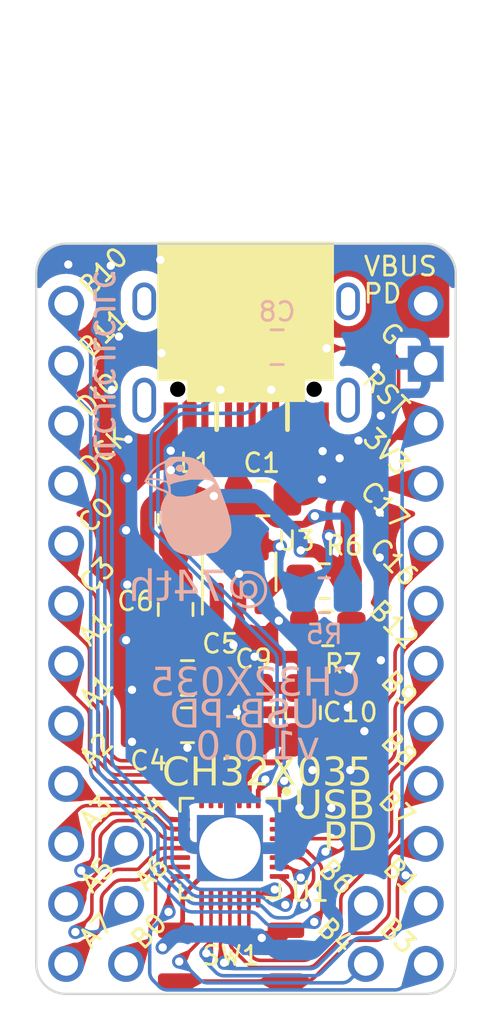
<source format=kicad_pcb>
(kicad_pcb (version 20221018) (generator pcbnew)
  (layers (0 "F.Cu" signal) (31 "B.Cu" signal) (34 "B.Paste" user) (35 "F.Paste" user) (36 "B.SilkS" user "B.Silkscreen") (37 "F.SilkS" user "F.Silkscreen") (38 "B.Mask" user) (39 "F.Mask" user) (44 "Edge.Cuts" user))
  (net 0 "")
  (net 1 "/USB_CC2")
  (net 2 "VDD")
  (net 3 "/18{slash}A0")
  (net 4 "/19{slash}A1")
  (net 5 "/20{slash}A2")
  (net 6 "/21{slash}A3")
  (net 7 "/10{slash}A10")
  (net 8 "/15{slash}SPI_SCK")
  (net 9 "/14{slash}SPI_MISO")
  (net 10 "/16{slash}SPI_MOSI")
  (net 11 "/2{slash}SDA")
  (net 12 "/4{slash}A6")
  (net 13 "/5")
  (net 14 "/3{slash}SCL")
  (net 15 "/6{slash}A7")
  (net 16 "/8{slash}A8")
  (net 17 "/9{slash}A9")
  (net 18 "/1{slash}TX")
  (net 19 "/0{slash}RX")
  (net 20 "/7")
  (net 21 "/SWDIO")
  (net 22 "/SWCLK")
  (net 23 "/USB_CC1")
  (net 24 "GND")
  (net 25 "VBUS")
  (net 26 "Net-(U3-SW)")
  (net 27 "Net-(U3-BS)")
  (net 28 "/G0")
  (net 29 "/G1")
  (net 32 "/RESET")
  (net 33 "/G2")
  (net 34 "/DCDC-FB")
  (net 35 "/G4")
  (net 36 "/G3")
  (footprint "74th:Register_0805_2012" (layer "F.Cu") (at 84.59375 72.7)
    (fp_text reference "R6")
    (fp_text value "100k" hide)
  )
  (footprint "74th:Capacitor_0805_2012" (layer "F.Cu") (at 78.8 78.8 180)
    (fp_text reference "C4")
    (fp_text value "22u" hide)
  )
  (footprint "74th:Capacitor_0805_2012" (layer "F.Cu") (at 82 69.2)
    (fp_text reference "C1")
    (fp_text value "22u" hide)
  )
  (footprint "74th:PinOut_ProMicro-LIKE_RIGHT" (layer "F.Cu") (at 88.9 76.2)
    (fp_text reference "CH1" hide)
    (fp_text value "ProMicro-Right" hide)
  )
  (footprint "74th:Package_SOT-23-6" (layer "F.Cu") (at 80.99375 72.3 90)
    (fp_text reference "U3")
    (fp_text value "MT2492")
  )
  (footprint "74th:Capacitor_0805_2012" (layer "F.Cu") (at 83.7 78.2625 90)
    (fp_text reference "C10")
    (fp_text value "100n" hide)
  )
  (footprint "74th:Capacitor_0805_2012" (layer "F.Cu") (at 81.7 78.25 90)
    (fp_text reference "C9")
    (fp_text value "1u" hide)
  )
  (footprint "74th:Register_0805_2012" (layer "F.Cu") (at 78.29375 70.1 90)
    (fp_text reference "L1")
    (fp_text value "4.7u" hide)
  )
  (footprint "74th:PinOut_2Pin" (layer "F.Cu") (at 86.36 86.36 -90)
    (fp_text reference "CH4" hide)
    (fp_text value "2Pin")
  )
  (footprint "74th:PinOut_3Pin" (layer "F.Cu") (at 76.2 83.82 -90)
    (fp_text reference "CH3" hide)
    (fp_text value "3Pin" hide)
  )
  (footprint "74th:Connector_USB-C-Receptacle_SMT_12-Pin_Simple" (layer "F.Cu") (at 81.28 60.96 180)
    (fp_text reference "J1" hide)
    (fp_text value "USB_TypeC-2.0_Receptacle")
  )
  (footprint "74th:Capacitor_0805_2012" (layer "F.Cu") (at 78.3 73.9 -90)
    (fp_text reference "C6")
    (fp_text value "100n" hide)
  )
  (footprint "74th:Register_0805_2012" (layer "F.Cu") (at 84.75 74.7)
    (fp_text reference "R7")
    (fp_text value "22k" hide)
  )
  (footprint "74th:Capacitor_0805_2012" (layer "F.Cu") (at 78.8 76.8)
    (fp_text reference "C5")
    (fp_text value "22u" hide)
  )
  (footprint "74th:PinOut_ProMicro-LIKE_LEFT_NO-GND" (layer "F.Cu") (at 73.66 74.93)
    (fp_text reference "CH2" hide)
    (fp_text value "ProMicro-Left_NoGND" hide)
  )
  (footprint "74th:Package_QFN-28-1EP_4x4mm_P0.4mm_EP2.8x2.8mm" (layer "F.Cu") (at 80.6 84 -90)
    (fp_text reference "U1")
    (fp_text value "CH32X035G8U6" hide)
  )
  (footprint "74th:PushButton_SKRPABE010" (layer "F.Cu") (at 80.65 88.55 180)
    (fp_text reference "SW1")
    (fp_text value "SW_Push" hide)
  )
  (footprint "74th:Register_0805_2012" (layer "B.Cu") (at 84.6 73.3 180)
    (fp_text reference "R5")
    (fp_text value "100k" hide)
  )
  (footprint "74th:Logo_74th_5mm" (layer "B.Cu") (at 78.95 69.75 180)
    (fp_text reference "MISC-ICON" hide)
    (fp_text value "LOGO" hide)
  )
  (footprint "74th:Logo_74th_text" (layer "B.Cu") (at 80.3 73 180)
    (fp_text reference "MISC-ACCOUNTTEXT" hide)
    (fp_text value "Logo_74th_text" hide)
  )
  (footprint "74th:Logo_JLCJLCJLCJLC" (layer "B.Cu") (at 75.25 63.65 90)
    (fp_text reference "REF**" hide)
    (fp_text value "JLCJLCJLCJLC")
  )
  (footprint "74th:Capacitor_0805_2012" (layer "B.Cu") (at 82.6 62.8 180)
    (fp_text reference "C8")
    (fp_text value "100n" hide)
  )
  (gr_line (start 73.66 58.42) (end 88.9 58.42) (stroke (width 0.1)) (layer "Edge.Cuts"))
  (gr_arc (start 72.39 59.69) (mid 72.761974 58.791974) (end 73.66 58.42) (stroke (width 0.1)) (layer "Edge.Cuts"))
  (gr_line (start 73.66 90.17) (end 88.9 90.17) (stroke (width 0.1)) (layer "Edge.Cuts"))
  (gr_arc (start 90.17 88.9) (mid 89.798026 89.798026) (end 88.9 90.17) (stroke (width 0.1)) (layer "Edge.Cuts"))
  (gr_line (start 72.39 59.69) (end 72.39 88.9) (stroke (width 0.1)) (layer "Edge.Cuts"))
  (gr_line (start 90.17 88.9) (end 90.17 59.69) (stroke (width 0.1)) (layer "Edge.Cuts"))
  (gr_arc (start 73.66 90.17) (mid 72.761974 89.798026) (end 72.39 88.9) (stroke (width 0.1)) (layer "Edge.Cuts"))
  (gr_arc (start 88.9 58.42) (mid 89.798026 58.791974) (end 90.17 59.69) (stroke (width 0.1)) (layer "Edge.Cuts"))
  (gr_text "USB-PD" (at 78.05 79.1) (layer "B.SilkS") (effects (font (size 1.2 1.2) (thickness 0.12)) (justify right bottom mirror)))
  (gr_text "CH32X035" (at 77.2 77.75) (layer "B.SilkS") (effects (font (size 1.2 1.2) (thickness 0.12)) (justify right bottom mirror)))
  (gr_text "v1.0.0" (at 79.15 80.45) (layer "B.SilkS") (effects (font (size 1.2 1.2) (thickness 0.12)) (justify right bottom mirror)))
  (gr_text "B10" (at 74.7 60.8 45) (layer "F.SilkS") (effects (font (size 0.8 0.8) (thickness 0.12)) (justify left bottom)))
  (gr_text "PD" (at 87.95 61) (layer "F.SilkS") (effects (font (size 0.8 0.8) (thickness 0.12)) (justify right bottom)))
  (gr_text "RST" (at 87.7 65.9 315) (layer "F.SilkS") (effects (font (size 0.8 0.8) (thickness 0.12)) (justify right bottom)))
  (gr_text "A2" (at 74.7 80.75 45) (layer "F.SilkS") (effects (font (size 0.8 0.8) (thickness 0.12)) (justify left bottom)))
  (gr_text "B0" (at 76.9 88.45 45) (layer "F.SilkS") (effects (font (size 0.8 0.8) (thickness 0.12)) (justify left bottom)))
  (gr_text "B1" (at 88.15 86.1 315) (layer "F.SilkS") (effects (font (size 0.8 0.8) (thickness 0.12)) (justify right bottom)))
  (gr_text "B7" (at 87.95 83.25 315) (layer "F.SilkS") (effects (font (size 0.8 0.8) (thickness 0.12)) (justify right bottom)))
  (gr_text "C0" (at 74.65 70.85 45) (layer "F.SilkS") (effects (font (size 0.8 0.8) (thickness 0.12)) (justify left bottom)))
  (gr_text "A1" (at 74.65 75.6 45) (layer "F.SilkS") (effects (font (size 0.8 0.8) (thickness 0.12)) (justify left bottom)))
  (gr_text "B3" (at 88 88.65 315) (layer "F.SilkS") (effects (font (size 0.8 0.8) (thickness 0.12)) (justify right bottom)))
  (gr_text "CH32X035" (at 86.65 81.55) (layer "F.SilkS") (effects (font (size 1.2 1.2) (thickness 0.12)) (justify right bottom)))
  (gr_text "DCK" (at 74.7 68.45 45) (layer "F.SilkS") (effects (font (size 0.8 0.8) (thickness 0.12)) (justify left bottom)))
  (gr_text "C17" (at 87.7 70.7 315) (layer "F.SilkS") (effects (font (size 0.8 0.8) (thickness 0.12)) (justify right bottom)))
  (gr_text "A5" (at 74.75 86.05 45) (layer "F.SilkS") (effects (font (size 0.8 0.8) (thickness 0.12)) (justify left bottom)))
  (gr_text "A3" (at 74.7 83.4 45) (layer "F.SilkS") (effects (font (size 0.8 0.8) (thickness 0.12)) (justify left bottom)))
  (gr_text "C3" (at 74.7 73.4 45) (layer "F.SilkS") (effects (font (size 0.8 0.8) (thickness 0.12)) (justify left bottom)))
  (gr_text "PD" (at 86.85 84.3) (layer "F.SilkS") (effects (font (size 1.2 1.2) (thickness 0.12)) (justify right bottom)))
  (gr_text "B9" (at 88.05 78.2 315) (layer "F.SilkS") (effects (font (size 0.8 0.8) (thickness 0.12)) (justify right bottom)))
  (gr_text "A7" (at 74.7 88.4 45) (layer "F.SilkS") (effects (font (size 0.8 0.8) (thickness 0.12)) (justify left bottom)))
  (gr_text "C16" (at 88.1 73.1 315) (layer "F.SilkS") (effects (font (size 0.8 0.8) (thickness 0.12)) (justify right bottom)))
  (gr_text "A1" (at 74.7 78.25 45) (layer "F.SilkS") (effects (font (size 0.8 0.8) (thickness 0.12)) (justify left bottom)))
  (gr_text "B11" (at 74.7 63.4 45) (layer "F.SilkS") (effects (font (size 0.8 0.8) (thickness 0.12)) (justify left bottom)))
  (gr_text "B12" (at 88.1 75.75 315) (layer "F.SilkS") (effects (font (size 0.8 0.8) (thickness 0.12)) (justify right bottom)))
  (gr_text "USB" (at 86.75 82.95) (layer "F.SilkS") (effects (font (size 1.2 1.2) (thickness 0.12)) (justify right bottom)))
  (gr_text "B4" (at 85.35 88.65 315) (layer "F.SilkS") (effects (font (size 0.8 0.8) (thickness 0.12)) (justify right bottom)))
  (gr_text "B8" (at 88.05 80.75 315) (layer "F.SilkS") (effects (font (size 0.8 0.8) (thickness 0.12)) (justify right bottom)))
  (gr_text "B6" (at 85.4 86.15 315) (layer "F.SilkS") (effects (font (size 0.8 0.8) (thickness 0.12)) (justify right bottom)))
  (gr_text "VBUS" (at 89.45 59.85) (layer "F.SilkS") (effects (font (size 0.8 0.8) (thickness 0.12)) (justify right bottom)))
  (gr_text "3V3" (at 87.75 68.4 315) (layer "F.SilkS") (effects (font (size 0.8 0.8) (thickness 0.12)) (justify right bottom)))
  (gr_text "G" (at 87.45 62.9 315) (layer "F.SilkS") (effects (font (size 0.8 0.8) (thickness 0.12)) (justify right bottom)))
  (gr_text "A6" (at 77.05 85.95 45) (layer "F.SilkS") (effects (font (size 0.8 0.8) (thickness 0.12)) (justify left bottom)))
  (gr_text "DIO" (at 74.6 65.9 45) (layer "F.SilkS") (effects (font (size 0.8 0.8) (thickness 0.12)) (justify left bottom)))
  (gr_text "A4" (at 76.9 83.3 45) (layer "F.SilkS") (effects (font (size 0.8 0.8) (thickness 0.12)) (justify left bottom)))
  (segment (start 80.2 64.6) (end 80.01 64.6) (width 0.15) (layer "F.Cu") (net 1))
  (segment (start 81.946447 81.253553) (end 82.1 81.1) (width 0.15) (layer "F.Cu") (net 1))
  (segment (start 80.01 64.6) (end 79.686446 64.923554) (width 0.15) (layer "F.Cu") (net 1))
  (via (at 82.1 81.1) (size 0.6) (drill 0.35) (layers "F.Cu" "B.Cu") (net 1))
  (via (at 80.2 64.6) (size 0.6) (drill 0.35) (layers "F.Cu" "B.Cu") (net 1))
  (arc (start 81.946447 81.253553) (mid 81.83806 81.415765) (end 81.8 81.607107) (width 0.15) (layer "F.Cu") (net 1))
  (arc (start 79.54 65.277107) (mid 79.57806 65.085766) (end 79.686446 64.923554) (width 0.15) (layer "F.Cu") (net 1))
  (segment (start 77.25 70.267157) (end 77.25 66.607107) (width 0.15) (layer "B.Cu") (net 1))
  (segment (start 79.646447 65.153553) (end 80.2 64.6) (width 0.15) (layer "B.Cu") (net 1))
  (segment (start 77.396447 70.620711) (end 82.453554 75.677818) (width 0.15) (layer "B.Cu") (net 1))
  (segment (start 82.1 81.1) (end 82.453554 80.746446) (width 0.15) (layer "B.Cu") (net 1))
  (segment (start 82.6 80.392893) (end 82.6 76.031371) (width 0.15) (layer "B.Cu") (net 1))
  (segment (start 78.557107 65.3) (end 79.292893 65.3) (width 0.15) (layer "B.Cu") (net 1))
  (segment (start 77.396447 66.253553) (end 78.203554 65.446446) (width 0.15) (layer "B.Cu") (net 1))
  (arc (start 77.25 70.267157) (mid 77.28806 70.458499) (end 77.396447 70.620711) (width 0.15) (layer "B.Cu") (net 1))
  (arc (start 82.453554 75.677818) (mid 82.56194 75.84003) (end 82.6 76.031371) (width 0.15) (layer "B.Cu") (net 1))
  (arc (start 79.646447 65.153553) (mid 79.484235 65.26194) (end 79.292893 65.3) (width 0.15) (layer "B.Cu") (net 1))
  (arc (start 82.453554 80.746446) (mid 82.56194 80.584234) (end 82.6 80.392893) (width 0.15) (layer "B.Cu") (net 1))
  (arc (start 78.557107 65.3) (mid 78.365766 65.33806) (end 78.203554 65.446446) (width 0.15) (layer "B.Cu") (net 1))
  (arc (start 77.25 66.607107) (mid 77.28806 66.415765) (end 77.396447 66.253553) (width 0.15) (layer "B.Cu") (net 1))
  (segment (start 83.6 71.4) (end 84.086643 71.4) (width 0.6) (layer "F.Cu") (net 2))
  (segment (start 82.773947 80.226053) (end 83.7 79.3) (width 0.25) (layer "F.Cu") (net 2))
  (segment (start 81.7 79.2875) (end 83.6875 79.2875) (width 0.6) (layer "F.Cu") (net 2))
  (segment (start 81.7 79.2875) (end 80.532107 79.2875) (width 0.6) (layer "F.Cu") (net 2))
  (segment (start 77.246447 76.283947) (end 77.7625 76.8) (width 0.6) (layer "F.Cu") (net 2))
  (segment (start 80.178553 79.141053) (end 79.8375 78.8) (width 0.6) (layer "F.Cu") (net 2))
  (segment (start 85.59375 69.813357) (end 85.59375 72.7) (width 0.6) (layer "F.Cu") (net 2))
  (segment (start 86.473553 68.726447) (end 85.740196 69.459804) (width 0.6) (layer "F.Cu") (net 2))
  (segment (start 88.9 68.58) (end 86.827107 68.58) (width 0.6) (layer "F.Cu") (net 2))
  (segment (start 81.4 81.9) (end 81.4 81.007107) (width 0.25) (layer "F.Cu") (net 2))
  (segment (start 78.29375 69.1) (end 79.92 69.1) (width 0.6) (layer "F.Cu") (net 2))
  (segment (start 77.453553 69.246447) (end 77.246446 69.453554) (width 0.6) (layer "F.Cu") (net 2))
  (segment (start 77.1 69.807107) (end 77.1 75.930393) (width 0.6) (layer "F.Cu") (net 2))
  (segment (start 81.8275 80.3725) (end 81.8275 79.32) (width 0.25) (layer "F.Cu") (net 2))
  (segment (start 77.8375 76.8) (end 79.8375 78.8) (width 0.6) (layer "F.Cu") (net 2))
  (segment (start 78.29375 69.1) (end 77.807107 69.1) (width 0.6) (layer "F.Cu") (net 2))
  (segment (start 81.8275 80.3725) (end 82.420393 80.3725) (width 0.25) (layer "F.Cu") (net 2))
  (segment (start 81.546447 80.653553) (end 81.8275 80.3725) (width 0.25) (layer "F.Cu") (net 2))
  (segment (start 84.440197 71.546447) (end 85.59375 72.7) (width 0.6) (layer "F.Cu") (net 2))
  (via (at 83.6 71.4) (size 0.6) (drill 0.35) (layers "F.Cu" "B.Cu") (net 2))
  (via (at 79.92 69.1) (size 0.6) (drill 0.35) (layers "F.Cu" "B.Cu") (net 2))
  (arc (start 77.1 75.930393) (mid 77.13806 76.121735) (end 77.246447 76.283947) (width 0.6) (layer "F.Cu") (net 2))
  (arc (start 84.086643 71.4) (mid 84.277985 71.43806) (end 84.440197 71.546447) (width 0.6) (layer "F.Cu") (net 2))
  (arc (start 86.473553 68.726447) (mid 86.635765 68.61806) (end 86.827107 68.58) (width 0.6) (layer "F.Cu") (net 2))
  (arc (start 77.807107 69.1) (mid 77.615765 69.13806) (end 77.453553 69.246447) (width 0.6) (layer "F.Cu") (net 2))
  (arc (start 82.420393 80.3725) (mid 82.611735 80.33444) (end 82.773947 80.226053) (width 0.25) (layer "F.Cu") (net 2))
  (arc (start 80.532107 79.2875) (mid 80.340765 79.24944) (end 80.178553 79.141053) (width 0.6) (layer "F.Cu") (net 2))
  (arc (start 85.59375 69.813357) (mid 85.63181 69.622016) (end 85.740196 69.459804) (width 0.6) (layer "F.Cu") (net 2))
  (arc (start 77.246446 69.453554) (mid 77.13806 69.615766) (end 77.1 69.807107) (width 0.6) (layer "F.Cu") (net 2))
  (arc (start 81.4 81.007107) (mid 81.43806 80.815765) (end 81.546447 80.653553) (width 0.25) (layer "F.Cu") (net 2))
  (segment (start 83.6 71.107107) (end 83.6 71.4) (width 0.6) (layer "B.Cu") (net 2))
  (segment (start 79.92 69.1) (end 81.592893 69.1) (width 0.6) (layer "B.Cu") (net 2))
  (segment (start 81.946447 69.246447) (end 83.453554 70.753554) (width 0.6) (layer "B.Cu") (net 2))
  (arc (start 81.592893 69.1) (mid 81.784235 69.13806) (end 81.946447 69.246447) (width 0.6) (layer "B.Cu") (net 2))
  (arc (start 83.453554 70.753554) (mid 83.56194 70.915766) (end 83.6 71.107107) (width 0.6) (layer "B.Cu") (net 2))
  (segment (start 84.853554 87.396446) (end 83.946447 88.303553) (width 0.15) (layer "F.Cu") (net 3))
  (segment (start 81.703554 88.303554) (end 81.546447 88.146447) (width 0.15) (layer "F.Cu") (net 3))
  (segment (start 88.9 78.74) (end 88.9 79.542893) (width 0.15) (layer "F.Cu") (net 3))
  (segment (start 81.4 87.792893) (end 81.4 86.1) (width 0.15) (layer "F.Cu") (net 3))
  (segment (start 87.45 81.407107) (end 87.45 83.192893) (width 0.15) (layer "F.Cu") (net 3))
  (segment (start 83.592893 88.45) (end 82.057107 88.45) (width 0.15) (layer "F.Cu") (net 3))
  (segment (start 87.303554 83.546446) (end 85.146447 85.703553) (width 0.15) (layer "F.Cu") (net 3))
  (segment (start 85 86.057107) (end 85 87.042893) (width 0.15) (layer "F.Cu") (net 3))
  (segment (start 88.753553 79.896447) (end 87.596447 81.053553) (width 0.15) (layer "F.Cu") (net 3))
  (arc (start 87.45 83.192893) (mid 87.41194 83.384234) (end 87.303554 83.546446) (width 0.15) (layer "F.Cu") (net 3))
  (arc (start 83.946447 88.303553) (mid 83.784235 88.41194) (end 83.592893 88.45) (width 0.15) (layer "F.Cu") (net 3))
  (arc (start 87.596447 81.053553) (mid 87.48806 81.215765) (end 87.45 81.407107) (width 0.15) (layer "F.Cu") (net 3))
  (arc (start 82.057107 88.45) (mid 81.865766 88.41194) (end 81.703554 88.303554) (width 0.15) (layer "F.Cu") (net 3))
  (arc (start 81.546447 88.146447) (mid 81.43806 87.984235) (end 81.4 87.792893) (width 0.15) (layer "F.Cu") (net 3))
  (arc (start 88.753553 79.896447) (mid 88.86194 79.734235) (end 88.9 79.542893) (width 0.15) (layer "F.Cu") (net 3))
  (arc (start 85.146447 85.703553) (mid 85.03806 85.865765) (end 85 86.057107) (width 0.15) (layer "F.Cu") (net 3))
  (arc (start 85 87.042893) (mid 84.96194 87.234234) (end 84.853554 87.396446) (width 0.15) (layer "F.Cu") (net 3))
  (segment (start 85.042893 84.15) (end 84.65 84.15) (width 0.15) (layer "F.Cu") (net 4))
  (segment (start 88.753553 77.346447) (end 88.046447 78.053553) (width 0.15) (layer "F.Cu") (net 4))
  (segment (start 83.296447 84.946447) (end 83.6 85.25) (width 0.15) (layer "F.Cu") (net 4))
  (segment (start 87.15 81.207107) (end 87.15 82.042893) (width 0.15) (layer "F.Cu") (net 4))
  (segment (start 88.9 76.2) (end 88.9 76.992893) (width 0.15) (layer "F.Cu") (net 4))
  (segment (start 87.9 78.407107) (end 87.9 80.042893) (width 0.15) (layer "F.Cu") (net 4))
  (segment (start 87.003554 82.396446) (end 85.396447 84.003553) (width 0.15) (layer "F.Cu") (net 4))
  (segment (start 87.753554 80.396446) (end 87.296447 80.853553) (width 0.15) (layer "F.Cu") (net 4))
  (via (at 83.6 85.25) (size 0.6) (drill 0.35) (layers "F.Cu" "B.Cu") (net 4))
  (via (at 84.65 84.15) (size 0.6) (drill 0.35) (layers "F.Cu" "B.Cu") (net 4))
  (arc (start 87.296447 80.853553) (mid 87.18806 81.015765) (end 87.15 81.207107) (width 0.15) (layer "F.Cu") (net 4))
  (arc (start 83.296447 84.946447) (mid 83.134235 84.83806) (end 82.942893 84.8) (width 0.15) (layer "F.Cu") (net 4))
  (arc (start 85.396447 84.003553) (mid 85.234235 84.11194) (end 85.042893 84.15) (width 0.15) (layer "F.Cu") (net 4))
  (arc (start 88.753553 77.346447) (mid 88.86194 77.184235) (end 88.9 76.992893) (width 0.15) (layer "F.Cu") (net 4))
  (arc (start 87.15 82.042893) (mid 87.11194 82.234234) (end 87.003554 82.396446) (width 0.15) (layer "F.Cu") (net 4))
  (arc (start 88.046447 78.053553) (mid 87.93806 78.215765) (end 87.9 78.407107) (width 0.15) (layer "F.Cu") (net 4))
  (arc (start 87.9 80.042893) (mid 87.86194 80.234234) (end 87.753554 80.396446) (width 0.15) (layer "F.Cu") (net 4))
  (segment (start 84.65 84.2) (end 83.6 85.25) (width 0.15) (layer "B.Cu") (net 4))
  (segment (start 84.65 84.15) (end 84.65 84.2) (width 0.15) (layer "B.Cu") (net 4))
  (segment (start 87.453554 80.246446) (end 86.996447 80.703553) (width 0.15) (layer "F.Cu") (net 5))
  (segment (start 87.9 75.907107) (end 87.9 77.442893) (width 0.15) (layer "F.Cu") (net 5))
  (segment (start 87.6 78.157107) (end 87.6 79.892893) (width 0.15) (layer "F.Cu") (net 5))
  (segment (start 86.85 81.057107) (end 86.85 81.892893) (width 0.15) (layer "F.Cu") (net 5))
  (segment (start 88.9 73.66) (end 88.9 74.492893) (width 0.15) (layer "F.Cu") (net 5))
  (segment (start 88.753553 74.846447) (end 88.046447 75.553553) (width 0.15) (layer "F.Cu") (net 5))
  (segment (start 87.753554 77.796446) (end 87.746447 77.803553) (width 0.15) (layer "F.Cu") (net 5))
  (segment (start 85.142893 83.6) (end 82.7 83.6) (width 0.15) (layer "F.Cu") (net 5))
  (segment (start 86.703554 82.246446) (end 85.496447 83.453553) (width 0.15) (layer "F.Cu") (net 5))
  (arc (start 85.496447 83.453553) (mid 85.334235 83.56194) (end 85.142893 83.6) (width 0.15) (layer "F.Cu") (net 5))
  (arc (start 87.6 79.892893) (mid 87.56194 80.084234) (end 87.453554 80.246446) (width 0.15) (layer "F.Cu") (net 5))
  (arc (start 86.85 81.892893) (mid 86.81194 82.084234) (end 86.703554 82.246446) (width 0.15) (layer "F.Cu") (net 5))
  (arc (start 88.046447 75.553553) (mid 87.93806 75.715765) (end 87.9 75.907107) (width 0.15) (layer "F.Cu") (net 5))
  (arc (start 87.746447 77.803553) (mid 87.63806 77.965765) (end 87.6 78.157107) (width 0.15) (layer "F.Cu") (net 5))
  (arc (start 87.9 77.442893) (mid 87.86194 77.634234) (end 87.753554 77.796446) (width 0.15) (layer "F.Cu") (net 5))
  (arc (start 86.996447 80.703553) (mid 86.88806 80.865765) (end 86.85 81.057107) (width 0.15) (layer "F.Cu") (net 5))
  (arc (start 88.9 74.492893) (mid 88.86194 74.684235) (end 88.753553 74.846447) (width 0.15) (layer "F.Cu") (net 5))
  (segment (start 87.6 77.192893) (end 87.6 75.782843) (width 0.15) (layer "F.Cu") (net 6))
  (segment (start 82.7 83.2) (end 85.118629 83.2) (width 0.15) (layer "F.Cu") (net 6))
  (segment (start 88.046447 72.853553) (end 88.753554 72.146446) (width 0.15) (layer "F.Cu") (net 6))
  (segment (start 87.9 75.068629) (end 87.9 73.207107) (width 0.15) (layer "F.Cu") (net 6))
  (segment (start 86.55 81.768629) (end 86.55 80.907107) (width 0.15) (layer "F.Cu") (net 6))
  (segment (start 86.696447 80.553553) (end 87.103554 80.146446) (width 0.15) (layer "F.Cu") (net 6))
  (segment (start 87.746447 75.429289) (end 87.753554 75.422182) (width 0.15) (layer "F.Cu") (net 6))
  (segment (start 87.25 79.792893) (end 87.25 77.957107) (width 0.15) (layer "F.Cu") (net 6))
  (segment (start 87.396447 77.603553) (end 87.453554 77.546446) (width 0.15) (layer "F.Cu") (net 6))
  (segment (start 85.472183 83.053553) (end 86.403554 82.122182) (width 0.15) (layer "F.Cu") (net 6))
  (arc (start 87.6 77.192893) (mid 87.56194 77.384234) (end 87.453554 77.546446) (width 0.15) (layer "F.Cu") (net 6))
  (arc (start 88.753554 72.146446) (mid 88.86194 71.984234) (end 88.9 71.792893) (width 0.15) (layer "F.Cu") (net 6))
  (arc (start 87.6 75.782843) (mid 87.63806 75.591501) (end 87.746447 75.429289) (width 0.15) (layer "F.Cu") (net 6))
  (arc (start 87.9 75.068629) (mid 87.86194 75.25997) (end 87.753554 75.422182) (width 0.15) (layer "F.Cu") (net 6))
  (arc (start 85.118629 83.2) (mid 85.309971 83.16194) (end 85.472183 83.053553) (width 0.15) (layer "F.Cu") (net 6))
  (arc (start 87.103554 80.146446) (mid 87.21194 79.984234) (end 87.25 79.792893) (width 0.15) (layer "F.Cu") (net 6))
  (arc (start 88.046447 72.853553) (mid 87.93806 73.015765) (end 87.9 73.207107) (width 0.15) (layer "F.Cu") (net 6))
  (arc (start 86.55 80.907107) (mid 86.58806 80.715765) (end 86.696447 80.553553) (width 0.15) (layer "F.Cu") (net 6))
  (arc (start 86.55 81.768629) (mid 86.51194 81.95997) (end 86.403554 82.122182) (width 0.15) (layer "F.Cu") (net 6))
  (arc (start 87.25 77.957107) (mid 87.28806 77.765765) (end 87.396447 77.603553) (width 0.15) (layer "F.Cu") (net 6))
  (segment (start 78 86.7) (end 78 85.807107) (width 0.15) (layer "F.Cu") (net 7))
  (segment (start 78.146447 85.453553) (end 78.4 85.2) (width 0.15) (layer "F.Cu") (net 7))
  (via (at 78 86.7) (size 0.6) (drill 0.35) (layers "F.Cu" "B.Cu") (net 7))
  (arc (start 78.146447 85.453553) (mid 78.03806 85.615765) (end 78 85.807107) (width 0.15) (layer "F.Cu") (net 7))
  (segment (start 77.346447 89.596447) (end 77.603554 89.853554) (width 0.15) (layer "B.Cu") (net 7))
  (segment (start 87.946447 89.853553) (end 88.9 88.9) (width 0.15) (layer "B.Cu") (net 7))
  (segment (start 78 86.7) (end 77.346446 87.353554) (width 0.15) (layer "B.Cu") (net 7))
  (segment (start 77.957107 90) (end 87.592893 90) (width 0.15) (layer "B.Cu") (net 7))
  (segment (start 77.2 87.707107) (end 77.2 89.242893) (width 0.15) (layer "B.Cu") (net 7))
  (arc (start 77.2 89.242893) (mid 77.23806 89.434235) (end 77.346447 89.596447) (width 0.15) (layer "B.Cu") (net 7))
  (arc (start 87.592893 90) (mid 87.784235 89.96194) (end 87.946447 89.853553) (width 0.15) (layer "B.Cu") (net 7))
  (arc (start 77.2 87.707107) (mid 77.23806 87.515766) (end 77.346446 87.353554) (width 0.15) (layer "B.Cu") (net 7))
  (arc (start 77.957107 90) (mid 77.765766 89.96194) (end 77.603554 89.853554) (width 0.15) (layer "B.Cu") (net 7))
  (segment (start 87.8 83.292893) (end 87.8 82.587107) (width 0.15) (layer "F.Cu") (net 8))
  (segment (start 81.907107 88.75) (end 83.717157 88.75) (width 0.15) (layer "F.Cu") (net 8))
  (segment (start 87.946447 82.233553) (end 88.9 81.28) (width 0.15) (layer "F.Cu") (net 8))
  (segment (start 84.070711 88.603553) (end 85.153554 87.52071) (width 0.15) (layer "F.Cu") (net 8))
  (segment (start 81.146447 88.196447) (end 81.553554 88.603554) (width 0.15) (layer "F.Cu") (net 8))
  (segment (start 85.3 87.167157) (end 85.3 86.207107) (width 0.15) (layer "F.Cu") (net 8))
  (segment (start 85.446447 85.853553) (end 87.653554 83.646446) (width 0.15) (layer "F.Cu") (net 8))
  (segment (start 81 86.1) (end 81 87.842893) (width 0.15) (layer "F.Cu") (net 8))
  (arc (start 83.717157 88.75) (mid 83.908499 88.71194) (end 84.070711 88.603553) (width 0.15) (layer "F.Cu") (net 8))
  (arc (start 85.3 86.207107) (mid 85.33806 86.015765) (end 85.446447 85.853553) (width 0.15) (layer "F.Cu") (net 8))
  (arc (start 81 87.842893) (mid 81.03806 88.034235) (end 81.146447 88.196447) (width 0.15) (layer "F.Cu") (net 8))
  (arc (start 87.8 83.292893) (mid 87.76194 83.484234) (end 87.653554 83.646446) (width 0.15) (layer "F.Cu") (net 8))
  (arc (start 85.3 87.167157) (mid 85.26194 87.358498) (end 85.153554 87.52071) (width 0.15) (layer "F.Cu") (net 8))
  (arc (start 87.8 82.587107) (mid 87.83806 82.395765) (end 87.946447 82.233553) (width 0.15) (layer "F.Cu") (net 8))
  (arc (start 81.553554 88.603554) (mid 81.715766 88.71194) (end 81.907107 88.75) (width 0.15) (layer "F.Cu") (net 8))
  (segment (start 81.353554 88.903554) (end 80.746447 88.296447) (width 0.15) (layer "F.Cu") (net 9))
  (segment (start 87.35 84.581371) (end 87.35 86.642893) (width 0.15) (layer "F.Cu") (net 9))
  (segment (start 86.392893 87.6) (end 85.757107 87.6) (width 0.15) (layer "F.Cu") (net 9))
  (segment (start 83.892893 89.05) (end 81.707107 89.05) (width 0.15) (layer "F.Cu") (net 9))
  (segment (start 87.203554 86.996446) (end 86.746447 87.453553) (width 0.15) (layer "F.Cu") (net 9))
  (segment (start 88.9 83.82) (end 88.111371 83.82) (width 0.15) (layer "F.Cu") (net 9))
  (segment (start 80.6 87.942893) (end 80.6 86.1) (width 0.15) (layer "F.Cu") (net 9))
  (segment (start 87.757817 83.966447) (end 87.496447 84.227817) (width 0.15) (layer "F.Cu") (net 9))
  (segment (start 85.403554 87.746446) (end 84.246447 88.903553) (width 0.15) (layer "F.Cu") (net 9))
  (arc (start 87.496447 84.227817) (mid 87.38806 84.390029) (end 87.35 84.581371) (width 0.15) (layer "F.Cu") (net 9))
  (arc (start 81.707107 89.05) (mid 81.515766 89.01194) (end 81.353554 88.903554) (width 0.15) (layer "F.Cu") (net 9))
  (arc (start 84.246447 88.903553) (mid 84.084235 89.01194) (end 83.892893 89.05) (width 0.15) (layer "F.Cu") (net 9))
  (arc (start 85.757107 87.6) (mid 85.565766 87.63806) (end 85.403554 87.746446) (width 0.15) (layer "F.Cu") (net 9))
  (arc (start 88.111371 83.82) (mid 87.920029 83.85806) (end 87.757817 83.966447) (width 0.15) (layer "F.Cu") (net 9))
  (arc (start 86.746447 87.453553) (mid 86.584235 87.56194) (end 86.392893 87.6) (width 0.15) (layer "F.Cu") (net 9))
  (arc (start 80.746447 88.296447) (mid 80.63806 88.134235) (end 80.6 87.942893) (width 0.15) (layer "F.Cu") (net 9))
  (arc (start 87.35 86.642893) (mid 87.31194 86.834234) (end 87.203554 86.996446) (width 0.15) (layer "F.Cu") (net 9))
  (segment (start 79.8 86.1) (end 79.8 88.042893) (width 0.15) (layer "F.Cu") (net 10))
  (segment (start 79.653553 88.396447) (end 79.6 88.45) (width 0.15) (layer "F.Cu") (net 10))
  (via (at 79.6 88.45) (size 0.6) (drill 0.35) (layers "F.Cu" "B.Cu") (net 10))
  (arc (start 79.8 88.042893) (mid 79.76194 88.234235) (end 79.653553 88.396447) (width 0.15) (layer "F.Cu") (net 10))
  (segment (start 84.142893 89.4) (end 80.357107 89.4) (width 0.15) (layer "B.Cu") (net 10))
  (segment (start 87.252893 87.8) (end 86.157107 87.8) (width 0.15) (layer "B.Cu") (net 10))
  (segment (start 80.003553 89.253553) (end 79.746446 88.996446) (width 0.15) (layer "B.Cu") (net 10))
  (segment (start 85.803553 87.946447) (end 84.496446 89.253554) (width 0.15) (layer "B.Cu") (net 10))
  (segment (start 88.9 86.36) (end 87.606446 87.653554) (width 0.15) (layer "B.Cu") (net 10))
  (segment (start 79.6 88.642893) (end 79.6 88.45) (width 0.15) (layer "B.Cu") (net 10))
  (arc (start 87.606446 87.653554) (mid 87.444234 87.76194) (end 87.252893 87.8) (width 0.15) (layer "B.Cu") (net 10))
  (arc (start 80.357107 89.4) (mid 80.165765 89.36194) (end 80.003553 89.253553) (width 0.15) (layer "B.Cu") (net 10))
  (arc (start 85.803553 87.946447) (mid 85.965765 87.83806) (end 86.157107 87.8) (width 0.15) (layer "B.Cu") (net 10))
  (arc (start 79.6 88.642893) (mid 79.63806 88.834234) (end 79.746446 88.996446) (width 0.15) (layer "B.Cu") (net 10))
  (arc (start 84.496446 89.253554) (mid 84.334234 89.36194) (end 84.142893 89.4) (width 0.15) (layer "B.Cu") (net 10))
  (segment (start 75.096447 77.746447) (end 75.253554 77.903554) (width 0.15) (layer "F.Cu") (net 11))
  (segment (start 74.95 73.557107) (end 74.95 77.392893) (width 0.15) (layer "F.Cu") (net 11))
  (segment (start 81 81.257107) (end 81 81.9) (width 0.15) (layer "F.Cu") (net 11))
  (segment (start 80.396447 80.446447) (end 80.853554 80.903554) (width 0.15) (layer "F.Cu") (net 11))
  (segment (start 75.4 78.257107) (end 75.4 79.642893) (width 0.15) (layer "F.Cu") (net 11))
  (segment (start 75.546447 79.996447) (end 75.703554 80.153554) (width 0.15) (layer "F.Cu") (net 11))
  (segment (start 76.057107 80.3) (end 80.042893 80.3) (width 0.15) (layer "F.Cu") (net 11))
  (segment (start 73.66 71.12) (end 73.66 71.852893) (width 0.15) (layer "F.Cu") (net 11))
  (segment (start 73.806447 72.206447) (end 74.803554 73.203554) (width 0.15) (layer "F.Cu") (net 11))
  (arc (start 74.803554 73.203554) (mid 74.91194 73.365766) (end 74.95 73.557107) (width 0.15) (layer "F.Cu") (net 11))
  (arc (start 81 81.257107) (mid 80.96194 81.065766) (end 80.853554 80.903554) (width 0.15) (layer "F.Cu") (net 11))
  (arc (start 75.096447 77.746447) (mid 74.98806 77.584235) (end 74.95 77.392893) (width 0.15) (layer "F.Cu") (net 11))
  (arc (start 75.546447 79.996447) (mid 75.43806 79.834235) (end 75.4 79.642893) (width 0.15) (layer "F.Cu") (net 11))
  (arc (start 75.4 78.257107) (mid 75.36194 78.065766) (end 75.253554 77.903554) (width 0.15) (layer "F.Cu") (net 11))
  (arc (start 80.396447 80.446447) (mid 80.234235 80.33806) (end 80.042893 80.3) (width 0.15) (layer "F.Cu") (net 11))
  (arc (start 75.703554 80.153554) (mid 75.865766 80.26194) (end 76.057107 80.3) (width 0.15) (layer "F.Cu") (net 11))
  (arc (start 73.66 71.852893) (mid 73.69806 72.044235) (end 73.806447 72.206447) (width 0.15) (layer "F.Cu") (net 11))
  (segment (start 75.807107 80.9) (end 79.692893 80.9) (width 0.15) (layer "F.Cu") (net 12))
  (segment (start 80.2 81.407107) (end 80.2 81.9) (width 0.15) (layer "F.Cu") (net 12))
  (segment (start 73.806447 77.356447) (end 74.503553 78.053553) (width 0.15) (layer "F.Cu") (net 12))
  (segment (start 74.796446 80.096446) (end 75.453553 80.753553) (width 0.15) (layer "F.Cu") (net 12))
  (segment (start 73.66 76.2) (end 73.66 77.002893) (width 0.15) (layer "F.Cu") (net 12))
  (segment (start 74.65 78.407107) (end 74.65 79.742893) (width 0.15) (layer "F.Cu") (net 12))
  (segment (start 80.046446 81.046446) (end 80.053553 81.053553) (width 0.15) (layer "F.Cu") (net 12))
  (arc (start 74.65 79.742893) (mid 74.68806 79.934234) (end 74.796446 80.096446) (width 0.15) (layer "F.Cu") (net 12))
  (arc (start 79.692893 80.9) (mid 79.884234 80.93806) (end 80.046446 81.046446) (width 0.15) (layer "F.Cu") (net 12))
  (arc (start 80.053553 81.053553) (mid 80.16194 81.215765) (end 80.2 81.407107) (width 0.15) (layer "F.Cu") (net 12))
  (arc (start 73.806447 77.356447) (mid 73.69806 77.194235) (end 73.66 77.002893) (width 0.15) (layer "F.Cu") (net 12))
  (arc (start 75.453553 80.753553) (mid 75.615765 80.86194) (end 75.807107 80.9) (width 0.15) (layer "F.Cu") (net 12))
  (arc (start 74.503553 78.053553) (mid 74.61194 78.215765) (end 74.65 78.407107) (width 0.15) (layer "F.Cu") (net 12))
  (segment (start 79.6 81.2) (end 75.657107 81.2) (width 0.15) (layer "F.Cu") (net 13))
  (segment (start 79.653553 81.253553) (end 79.6 81.2) (width 0.15) (layer "F.Cu") (net 13))
  (segment (start 75.303553 81.053553) (end 73.66 79.41) (width 0.15) (layer "F.Cu") (net 13))
  (arc (start 79.8 81.607107) (mid 79.76194 81.415765) (end 79.653553 81.253553) (width 0.15) (layer "F.Cu") (net 13))
  (arc (start 75.657107 81.2) (mid 75.465765 81.16194) (end 75.303553 81.053553) (width 0.15) (layer "F.Cu") (net 13))
  (segment (start 80.196447 80.746447) (end 80.453554 81.003554) (width 0.15) (layer "F.Cu") (net 14))
  (segment (start 75.171447 80.047183) (end 75.577818 80.453554) (width 0.15) (layer "F.Cu") (net 14))
  (segment (start 80.6 81.357107) (end 80.6 81.9) (width 0.15) (layer "F.Cu") (net 14))
  (segment (start 74.65 75.707107) (end 74.65 77.542893) (width 0.15) (layer "F.Cu") (net 14))
  (segment (start 75.025 78.332107) (end 75.025 79.693629) (width 0.15) (layer "F.Cu") (net 14))
  (segment (start 74.796447 77.896447) (end 74.878554 77.978554) (width 0.15) (layer "F.Cu") (net 14))
  (segment (start 73.806447 74.656447) (end 74.503554 75.353554) (width 0.15) (layer "F.Cu") (net 14))
  (segment (start 75.931371 80.6) (end 79.842893 80.6) (width 0.15) (layer "F.Cu") (net 14))
  (arc (start 74.65 77.542893) (mid 74.68806 77.734235) (end 74.796447 77.896447) (width 0.15) (layer "F.Cu") (net 14))
  (arc (start 75.171447 80.047183) (mid 75.06306 79.884971) (end 75.025 79.693629) (width 0.15) (layer "F.Cu") (net 14))
  (arc (start 73.66 74.302893) (mid 73.69806 74.494235) (end 73.806447 74.656447) (width 0.15) (layer "F.Cu") (net 14))
  (arc (start 79.842893 80.6) (mid 80.034235 80.63806) (end 80.196447 80.746447) (width 0.15) (layer "F.Cu") (net 14))
  (arc (start 75.931371 80.6) (mid 75.74003 80.56194) (end 75.577818 80.453554) (width 0.15) (layer "F.Cu") (net 14))
  (arc (start 74.503554 75.353554) (mid 74.61194 75.515766) (end 74.65 75.707107) (width 0.15) (layer "F.Cu") (net 14))
  (arc (start 80.6 81.357107) (mid 80.56194 81.165766) (end 80.453554 81.003554) (width 0.15) (layer "F.Cu") (net 14))
  (arc (start 75.025 78.332107) (mid 74.98694 78.140766) (end 74.878554 77.978554) (width 0.15) (layer "F.Cu") (net 14))
  (segment (start 79.4 81.9) (end 74.487107 81.9) (width 0.15) (layer "F.Cu") (net 15))
  (arc (start 74.133553 81.753553) (mid 74.295765 81.86194) (end 74.487107 81.9) (width 0.15) (layer "F.Cu") (net 15))
  (segment (start 75.570553 82.979447) (end 75.246446 83.303554) (width 0.15) (layer "F.Cu") (net 16))
  (segment (start 77.179447 82.979447) (end 77.653554 83.453554) (width 0.15) (layer "F.Cu") (net 16))
  (segment (start 76.825893 82.833) (end 75.924107 82.833) (width 0.15) (layer "F.Cu") (net 16))
  (segment (start 75.1 83.657107) (end 75.1 84.712893) (width 0.15) (layer "F.Cu") (net 16))
  (segment (start 78.007107 83.6) (end 78.5 83.6) (width 0.15) (layer "F.Cu") (net 16))
  (segment (start 74.953553 85.066447) (end 73.66 86.36) (width 0.15) (layer "F.Cu") (net 16))
  (arc (start 76.825893 82.833) (mid 77.017235 82.87106) (end 77.179447 82.979447) (width 0.15) (layer "F.Cu") (net 16))
  (arc (start 75.246446 83.303554) (mid 75.13806 83.465766) (end 75.1 83.657107) (width 0.15) (layer "F.Cu") (net 16))
  (arc (start 75.570553 82.979447) (mid 75.732765 82.87106) (end 75.924107 82.833) (width 0.15) (layer "F.Cu") (net 16))
  (arc (start 78.007107 83.6) (mid 77.815766 83.56194) (end 77.653554 83.453554) (width 0.15) (layer "F.Cu") (net 16))
  (arc (start 74.953553 85.066447) (mid 75.06194 84.904235) (end 75.1 84.712893) (width 0.15) (layer "F.Cu") (net 16))
  (segment (start 75.003553 87.556447) (end 73.66 88.9) (width 0.15) (layer "F.Cu") (net 17))
  (segment (start 77.603553 84.546447) (end 76.946446 85.203554) (width 0.15) (layer "F.Cu") (net 17))
  (segment (start 75.15 86.207107) (end 75.15 87.202893) (width 0.15) (layer "F.Cu") (net 17))
  (segment (start 75.653553 85.496447) (end 75.296446 85.853554) (width 0.15) (layer "F.Cu") (net 17))
  (segment (start 76.592893 85.35) (end 76.007107 85.35) (width 0.15) (layer "F.Cu") (net 17))
  (segment (start 78.5 84.4) (end 77.957107 84.4) (width 0.15) (layer "F.Cu") (net 17))
  (arc (start 76.592893 85.35) (mid 76.784234 85.31194) (end 76.946446 85.203554) (width 0.15) (layer "F.Cu") (net 17))
  (arc (start 75.15 86.207107) (mid 75.18806 86.015766) (end 75.296446 85.853554) (width 0.15) (layer "F.Cu") (net 17))
  (arc (start 76.007107 85.35) (mid 75.815765 85.38806) (end 75.653553 85.496447) (width 0.15) (layer "F.Cu") (net 17))
  (arc (start 77.957107 84.4) (mid 77.765765 84.43806) (end 77.603553 84.546447) (width 0.15) (layer "F.Cu") (net 17))
  (arc (start 75.003553 87.556447) (mid 75.11194 87.394235) (end 75.15 87.202893) (width 0.15) (layer "F.Cu") (net 17))
  (segment (start 82.003553 85.896447) (end 81.8 86.1) (width 0.15) (layer "F.Cu") (net 18))
  (segment (start 82.5 85.75) (end 82.357107 85.75) (width 0.15) (layer "F.Cu") (net 18))
  (via (at 82.5 85.75) (size 0.6) (drill 0.35) (layers "F.Cu" "B.Cu") (net 18))
  (arc (start 82.003553 85.896447) (mid 82.165765 85.78806) (end 82.357107 85.75) (width 0.15) (layer "F.Cu") (net 18))
  (segment (start 73.806447 62.056447) (end 74.553554 62.803554) (width 0.15) (layer "B.Cu") (net 18))
  (segment (start 75.746447 80.596447) (end 78.003554 82.853554) (width 0.15) (layer "B.Cu") (net 18))
  (segment (start 75.6 68.107107) (end 75.6 80.242893) (width 0.15) (layer "B.Cu") (net 18))
  (segment (start 78.296447 84.846447) (end 79.053554 85.603554) (width 0.15) (layer "B.Cu") (net 18))
  (segment (start 74.7 63.157107) (end 74.7 64.892893) (width 0.15) (layer "B.Cu") (net 18))
  (segment (start 79.407107 85.75) (end 82.5 85.75) (width 0.15) (layer "B.Cu") (net 18))
  (segment (start 73.66 60.96) (end 73.66 61.702893) (width 0.15) (layer "B.Cu") (net 18))
  (segment (start 78.15 83.207107) (end 78.15 84.492893) (width 0.15) (layer "B.Cu") (net 18))
  (segment (start 75.146447 67.446447) (end 75.453554 67.753554) (width 0.15) (layer "B.Cu") (net 18))
  (segment (start 75 65.607107) (end 75 67.092893) (width 0.15) (layer "B.Cu") (net 18))
  (segment (start 74.846447 65.246447) (end 74.853554 65.253554) (width 0.15) (layer "B.Cu") (net 18))
  (arc (start 75 65.607107) (mid 74.96194 65.415766) (end 74.853554 65.253554) (width 0.15) (layer "B.Cu") (net 18))
  (arc (start 75.453554 67.753554) (mid 75.56194 67.915766) (end 75.6 68.107107) (width 0.15) (layer "B.Cu") (net 18))
  (arc (start 74.7 64.892893) (mid 74.73806 65.084235) (end 74.846447 65.246447) (width 0.15) (layer "B.Cu") (net 18))
  (arc (start 75.746447 80.596447) (mid 75.63806 80.434235) (end 75.6 80.242893) (width 0.15) (layer "B.Cu") (net 18))
  (arc (start 73.806447 62.056447) (mid 73.69806 61.894235) (end 73.66 61.702893) (width 0.15) (layer "B.Cu") (net 18))
  (arc (start 75.146447 67.446447) (mid 75.03806 67.284235) (end 75 67.092893) (width 0.15) (layer "B.Cu") (net 18))
  (arc (start 74.553554 62.803554) (mid 74.66194 62.965766) (end 74.7 63.157107) (width 0.15) (layer "B.Cu") (net 18))
  (arc (start 78.003554 82.853554) (mid 78.11194 83.015766) (end 78.15 83.207107) (width 0.15) (layer "B.Cu") (net 18))
  (arc (start 79.407107 85.75) (mid 79.215766 85.71194) (end 79.053554 85.603554) (width 0.15) (layer "B.Cu") (net 18))
  (arc (start 78.15 84.492893) (mid 78.18806 84.684235) (end 78.296447 84.846447) (width 0.15) (layer "B.Cu") (net 18))
  (segment (start 83.25 86.1) (end 82.95 86.4) (width 0.15) (layer "F.Cu") (net 19))
  (segment (start 83.25 85.907107) (end 83.25 86.1) (width 0.15) (layer "F.Cu") (net 19))
  (segment (start 82.75 85.2) (end 83.103554 85.553554) (width 0.15) (layer "F.Cu") (net 19))
  (via (at 82.95 86.4) (size 0.6) (drill 0.35) (layers "F.Cu" "B.Cu") (net 19))
  (arc (start 83.103554 85.553554) (mid 83.21194 85.715766) (end 83.25 85.907107) (width 0.15) (layer "F.Cu") (net 19))
  (segment (start 79.282843 86.05) (end 81.792893 86.05) (width 0.15) (layer "B.Cu") (net 19))
  (segment (start 77.996447 84.970711) (end 78.92929 85.903554) (width 0.15) (layer "B.Cu") (net 19))
  (segment (start 74.846447 67.596447) (end 75.153554 67.903554) (width 0.15) (layer "B.Cu") (net 19))
  (segment (start 82.557107 86.4) (end 82.95 86.4) (width 0.15) (layer "B.Cu") (net 19))
  (segment (start 75.3 68.257107) (end 75.3 80.392893) (width 0.15) (layer "B.Cu") (net 19))
  (segment (start 74.7 65.757107) (end 74.7 67.242893) (width 0.15) (layer "B.Cu") (net 19))
  (segment (start 73.66 63.5) (end 73.66 64.302893) (width 0.15) (layer "B.Cu") (net 19))
  (segment (start 75.446447 80.746447) (end 77.703554 83.003554) (width 0.15) (layer "B.Cu") (net 19))
  (segment (start 77.85 83.357107) (end 77.85 84.617157) (width 0.15) (layer "B.Cu") (net 19))
  (segment (start 73.806447 64.656447) (end 74.553554 65.403554) (width 0.15) (layer "B.Cu") (net 19))
  (segment (start 82.146447 86.196447) (end 82.203554 86.253554) (width 0.15) (layer "B.Cu") (net 19))
  (arc (start 75.3 80.392893) (mid 75.33806 80.584235) (end 75.446447 80.746447) (width 0.15) (layer "B.Cu") (net 19))
  (arc (start 77.703554 83.003554) (mid 77.81194 83.165766) (end 77.85 83.357107) (width 0.15) (layer "B.Cu") (net 19))
  (arc (start 82.203554 86.253554) (mid 82.365766 86.36194) (end 82.557107 86.4) (width 0.15) (layer "B.Cu") (net 19))
  (arc (start 77.85 84.617157) (mid 77.88806 84.808499) (end 77.996447 84.970711) (width 0.15) (layer "B.Cu") (net 19))
  (arc (start 73.806447 64.656447) (mid 73.69806 64.494235) (end 73.66 64.302893) (width 0.15) (layer "B.Cu") (net 19))
  (arc (start 81.792893 86.05) (mid 81.984235 86.08806) (end 82.146447 86.196447) (width 0.15) (layer "B.Cu") (net 19))
  (arc (start 78.92929 85.903554) (mid 79.091502 86.01194) (end 79.282843 86.05) (width 0.15) (layer "B.Cu") (net 19))
  (arc (start 74.7 67.242893) (mid 74.73806 67.434235) (end 74.846447 67.596447) (width 0.15) (layer "B.Cu") (net 19))
  (arc (start 74.553554 65.403554) (mid 74.66194 65.565766) (end 74.7 65.757107) (width 0.15) (layer "B.Cu") (net 19))
  (arc (start 75.153554 67.903554) (mid 75.26194 68.065766) (end 75.3 68.257107) (width 0.15) (layer "B.Cu") (net 19))
  (segment (start 77.903553 82.653553) (end 77.596446 82.346446) (width 0.15) (layer "F.Cu") (net 20))
  (segment (start 74.203553 82.346447) (end 73.806446 82.743554) (width 0.15) (layer "F.Cu") (net 20))
  (segment (start 77.242893 82.2) (end 74.557107 82.2) (width 0.15) (layer "F.Cu") (net 20))
  (segment (start 73.66 83.097107) (end 73.66 83.82) (width 0.15) (layer "F.Cu") (net 20))
  (arc (start 78.257107 82.8) (mid 78.065765 82.76194) (end 77.903553 82.653553) (width 0.15) (layer "F.Cu") (net 20))
  (arc (start 77.242893 82.2) (mid 77.434234 82.23806) (end 77.596446 82.346446) (width 0.15) (layer "F.Cu") (net 20))
  (arc (start 73.66 83.097107) (mid 73.69806 82.905766) (end 73.806446 82.743554) (width 0.15) (layer "F.Cu") (net 20))
  (arc (start 74.557107 82.2) (mid 74.365765 82.23806) (end 74.203553 82.346447) (width 0.15) (layer "F.Cu") (net 20))
  (segment (start 84.003553 84.753553) (end 83.796446 84.546446) (width 0.15) (layer "F.Cu") (net 21))
  (segment (start 83.896447 85.703553) (end 84.003554 85.596446) (width 0.15) (layer "F.Cu") (net 21))
  (segment (start 84.15 85.242893) (end 84.15 85.107107) (width 0.15) (layer "F.Cu") (net 21))
  (segment (start 83.442893 84.4) (end 82.7 84.4) (width 0.15) (layer "F.Cu") (net 21))
  (segment (start 83.75 86.4) (end 83.75 86.057107) (width 0.15) (layer "F.Cu") (net 21))
  (via (at 83.75 86.4) (size 0.6) (drill 0.35) (layers "F.Cu" "B.Cu") (net 21))
  (arc (start 83.796446 84.546446) (mid 83.634234 84.43806) (end 83.442893 84.4) (width 0.15) (layer "F.Cu") (net 21))
  (arc (start 83.896447 85.703553) (mid 83.78806 85.865765) (end 83.75 86.057107) (width 0.15) (layer "F.Cu") (net 21))
  (arc (start 84.003554 85.596446) (mid 84.11194 85.434234) (end 84.15 85.242893) (width 0.15) (layer "F.Cu") (net 21))
  (arc (start 84.003553 84.753553) (mid 84.11194 84.915765) (end 84.15 85.107107) (width 0.15) (layer "F.Cu") (net 21))
  (segment (start 81.642893 86.35) (end 79.157107 86.35) (width 0.15) (layer "B.Cu") (net 21))
  (segment (start 74.853553 68.103553) (end 73.806446 67.056446) (width 0.15) (layer "B.Cu") (net 21))
  (segment (start 83.75 86.4) (end 83.346446 86.803554) (width 0.15) (layer "B.Cu") (net 21))
  (segment (start 78.803553 86.203553) (end 77.696446 85.096446) (width 0.15) (layer "B.Cu") (net 21))
  (segment (start 77.403553 83.153553) (end 75.146446 80.896446) (width 0.15) (layer "B.Cu") (net 21))
  (segment (start 75 80.542893) (end 75 68.457107) (width 0.15) (layer "B.Cu") (net 21))
  (segment (start 82.992893 86.95) (end 82.657107 86.95) (width 0.15) (layer "B.Cu") (net 21))
  (segment (start 77.55 84.742893) (end 77.55 83.507107) (width 0.15) (layer "B.Cu") (net 21))
  (segment (start 82.303553 86.803553) (end 81.996446 86.496446) (width 0.15) (layer "B.Cu") (net 21))
  (arc (start 81.996446 86.496446) (mid 81.834234 86.38806) (end 81.642893 86.35) (width 0.15) (layer "B.Cu") (net 21))
  (arc (start 77.696446 85.096446) (mid 77.58806 84.934234) (end 77.55 84.742893) (width 0.15) (layer "B.Cu") (net 21))
  (arc (start 83.346446 86.803554) (mid 83.184234 86.91194) (end 82.992893 86.95) (width 0.15) (layer "B.Cu") (net 21))
  (arc (start 82.303553 86.803553) (mid 82.465765 86.91194) (end 82.657107 86.95) (width 0.15) (layer "B.Cu") (net 21))
  (arc (start 77.403553 83.153553) (mid 77.51194 83.315765) (end 77.55 83.507107) (width 0.15) (layer "B.Cu") (net 21))
  (arc (start 75 68.457107) (mid 74.96194 68.265765) (end 74.853553 68.103553) (width 0.15) (layer "B.Cu") (net 21))
  (arc (start 73.66 66.702893) (mid 73.69806 66.894234) (end 73.806446 67.056446) (width 0.15) (layer "B.Cu") (net 21))
  (arc (start 75 80.542893) (mid 75.03806 80.734234) (end 75.146446 80.896446) (width 0.15) (layer "B.Cu") (net 21))
  (arc (start 78.803553 86.203553) (mid 78.965765 86.31194) (end 79.157107 86.35) (width 0.15) (layer "B.Cu") (net 21))
  (segment (start 84.5 86.592893) (end 84.5 84.957107) (width 0.15) (layer "F.Cu") (net 22))
  (segment (start 84.175 87.125) (end 84.353554 86.946446) (width 0.15) (layer "F.Cu") (net 22))
  (segment (start 83.542893 84) (end 82.7 84) (width 0.15) (layer "F.Cu") (net 22))
  (segment (start 84.353553 84.603553) (end 83.896446 84.146446) (width 0.15) (layer "F.Cu") (net 22))
  (via (at 84.175 87.125) (size 0.6) (drill 0.35) (layers "F.Cu" "B.Cu") (net 22))
  (arc (start 84.353553 84.603553) (mid 84.46194 84.765765) (end 84.5 84.957107) (width 0.15) (layer "F.Cu") (net 22))
  (arc (start 84.353554 86.946446) (mid 84.46194 86.784234) (end 84.5 86.592893) (width 0.15) (layer "F.Cu") (net 22))
  (arc (start 83.542893 84) (mid 83.734234 84.03806) (end 83.896446 84.146446) (width 0.15) (layer "F.Cu") (net 22))
  (segment (start 81.442893 86.7) (end 79.007107 86.7) (width 0.15) (layer "B.Cu") (net 22))
  (segment (start 78.653553 86.553553) (end 77.396446 85.296446) (width 0.15) (layer "B.Cu") (net 22))
  (segment (start 82.103553 87.153553) (end 81.796446 86.846446) (width 0.15) (layer "B.Cu") (net 22))
  (segment (start 74.553553 69.473553) (end 73.66 68.58) (width 0.15) (layer "B.Cu") (net 22))
  (segment (start 77.103553 83.303553) (end 74.846446 81.046446) (width 0.15) (layer "B.Cu") (net 22))
  (segment (start 83.792893 87.3) (end 82.457107 87.3) (width 0.15) (layer "B.Cu") (net 22))
  (segment (start 77.25 84.942893) (end 77.25 83.657107) (width 0.15) (layer "B.Cu") (net 22))
  (segment (start 74.7 80.692893) (end 74.7 69.827107) (width 0.15) (layer "B.Cu") (net 22))
  (segment (start 84.175 87.125) (end 84.146446 87.153554) (width 0.15) (layer "B.Cu") (net 22))
  (arc (start 83.792893 87.3) (mid 83.984234 87.26194) (end 84.146446 87.153554) (width 0.15) (layer "B.Cu") (net 22))
  (arc (start 81.442893 86.7) (mid 81.634234 86.73806) (end 81.796446 86.846446) (width 0.15) (layer "B.Cu") (net 22))
  (arc (start 77.396446 85.296446) (mid 77.28806 85.134234) (end 77.25 84.942893) (width 0.15) (layer "B.Cu") (net 22))
  (arc (start 77.25 83.657107) (mid 77.21194 83.465765) (end 77.103553 83.303553) (width 0.15) (layer "B.Cu") (net 22))
  (arc (start 82.457107 87.3) (mid 82.265765 87.26194) (end 82.103553 87.153553) (width 0.15) (layer "B.Cu") (net 22))
  (arc (start 74.553553 69.473553) (mid 74.66194 69.635765) (end 74.7 69.827107) (width 0.15) (layer "B.Cu") (net 22))
  (arc (start 78.653553 86.553553) (mid 78.815765 86.66194) (end 79.007107 86.7) (width 0.15) (layer "B.Cu") (net 22))
  (arc (start 74.7 80.692893) (mid 74.73806 80.884234) (end 74.846446 81.046446) (width 0.15) (layer "B.Cu") (net 22))
  (segment (start 82.393553 64.643553) (end 82.35 64.6) (width 0.15) (layer "F.Cu") (net 23))
  (segment (start 82.846447 81.203553) (end 82.9 81.15) (width 0.15) (layer "F.Cu") (net 23))
  (segment (start 82.7 82.8) (end 82.7 81.557107) (width 0.15) (layer "F.Cu") (net 23))
  (segment (start 82.54 65.99) (end 82.54 64.997107) (width 0.15) (layer "F.Cu") (net 23))
  (via (at 82.9 81.15) (size 0.6) (drill 0.35) (layers "F.Cu" "B.Cu") (net 23))
  (via (at 82.35 64.6) (size 0.6) (drill 0.35) (layers "F.Cu" "B.Cu") (net 23))
  (arc (start 82.846447 81.203553) (mid 82.73806 81.365765) (end 82.7 81.557107) (width 0.15) (layer "F.Cu") (net 23))
  (arc (start 82.393553 64.643553) (mid 82.50194 64.805765) (end 82.54 64.997107) (width 0.15) (layer "F.Cu") (net 23))
  (segment (start 82.9 75.907107) (end 82.9 81.15) (width 0.15) (layer "B.Cu") (net 23))
  (segment (start 77.696447 70.496447) (end 82.753554 75.553554) (width 0.15) (layer "B.Cu") (net 23))
  (segment (start 81.142893 65.6) (end 78.707107 65.6) (width 0.15) (layer "B.Cu") (net 23))
  (segment (start 78.353553 65.746447) (end 77.696446 66.403554) (width 0.15) (layer "B.Cu") (net 23))
  (segment (start 77.55 66.757107) (end 77.55 70.142893) (width 0.15) (layer "B.Cu") (net 23))
  (segment (start 82.35 64.6) (end 81.496446 65.453554) (width 0.15) (layer "B.Cu") (net 23))
  (arc (start 77.55 70.142893) (mid 77.58806 70.334235) (end 77.696447 70.496447) (width 0.15) (layer "B.Cu") (net 23))
  (arc (start 81.142893 65.6) (mid 81.334234 65.56194) (end 81.496446 65.453554) (width 0.15) (layer "B.Cu") (net 23))
  (arc (start 77.55 66.757107) (mid 77.58806 66.565766) (end 77.696446 66.403554) (width 0.15) (layer "B.Cu") (net 23))
  (arc (start 82.753554 75.553554) (mid 82.86194 75.715766) (end 82.9 75.907107) (width 0.15) (layer "B.Cu") (net 23))
  (arc (start 78.707107 65.6) (mid 78.515765 65.63806) (end 78.353553 65.746447) (width 0.15) (layer "B.Cu") (net 23))
  (segment (start 77.75 88.2) (end 78.325 87.625) (width 0.6) (layer "F.Cu") (net 24))
  (segment (start 80.99 73.43375) (end 80.99375 73.4375) (width 0.6) (layer "F.Cu") (net 24))
  (segment (start 85.65 76.35) (end 85.65 76.4) (width 0.5) (layer "F.Cu") (net 24))
  (segment (start 87 76.05) (end 87 71.75) (width 0.5) (layer "F.Cu") (net 24))
  (segment (start 84.53 66.03) (end 84.49 65.99) (width 0.6) (layer "F.Cu") (net 24))
  (segment (start 82.2 75.9) (end 82.2 75.057107) (width 0.5) (layer "F.Cu") (net 24))
  (segment (start 81.95 87.8) (end 82.442893 87.8) (width 0.6) (layer "F.Cu") (net 24))
  (segment (start 80.99 72.39) (end 80.99 73.43375) (width 0.6) (layer "F.Cu") (net 24))
  (segment (start 85.6 78.05) (end 85.6 77.657107) (width 0.5) (layer "F.Cu") (net 24))
  (segment (start 83.242893 75.9) (end 82.9 75.9) (width 0.5) (layer "F.Cu") (net 24))
  (segment (start 87 71.75) (end 86.95 71.7) (width 0.5) (layer "F.Cu") (net 24))
  (segment (start 86.95 71.7) (end 86.95 72.442893) (width 0.6) (layer "F.Cu") (net 24))
  (segment (start 78.696447 78.946447) (end 78.7 78.95) (width 0.5) (layer "F.Cu") (net 24))
  (segment (start 83.45 78.25) (end 83.7 78.25) (width 0.5) (layer "F.Cu") (net 24))
  (segment (start 85.65 78) (end 85.6 78.05) (width 0.5) (layer "F.Cu") (net 24))
  (segment (start 81.7 78.15) (end 81.8 78.25) (width 0.5) (layer "F.Cu") (net 24))
  (segment (start 84.5 68.4) (end 84.53 68.37) (width 0.6) (layer "F.Cu") (net 24))
  (segment (start 85.65 76.4) (end 85.65 78) (width 0.5) (layer "F.Cu") (net 24))
  (segment (start 85.6575 78.1075) (end 85.6 78.05) (width 0.6) (layer "F.Cu") (net 24))
  (segment (start 81.7 77.2125) (end 80.457107 77.2125) (width 0.5) (layer "F.Cu") (net 24))
  (segment (start 86.95 69.8) (end 86.95 71.7) (width 0.6) (layer "F.Cu") (net 24))
  (segment (start 81.7 77.2125) (end 83.6875 77.2125) (width 0.5) (layer "F.Cu") (net 24))
  (segment (start 85.346447 76.046447) (end 85.65 76.35) (width 0.5) (layer "F.Cu") (net 24))
  (segment (start 82.2 75.9) (end 81.65 75.9) (width 0.5) (layer "F.Cu") (net 24))
  (segment (start 81.65 75.9) (end 81.457107 75.9) (width 0.5) (layer "F.Cu") (net 24))
  (segment (start 81.8 78.25) (end 83.45 78.25) (width 0.5) (layer "F.Cu") (net 24))
  (segment (start 78.7 78.95) (end 78.8 79.05) (width 0.5) (layer "F.Cu") (net 24))
  (segment (start 80.9 78.25) (end 81.8 78.25) (width 0.5) (layer "F.Cu") (net 24))
  (segment (start 83.7 76.15) (end 83.596446 76.046446) (width 0.5) (layer "F.Cu") (net 24))
  (segment (start 80.457107 75.4) (end 80.75 75.4) (width 0.5) (layer "F.Cu") (net 24))
  (segment (start 82.796447 87.653553) (end 82.975 87.475) (width 0.6) (layer "F.Cu") (net 24))
  (segment (start 84.53 67.2) (end 84.53 66.03) (width 0.6) (layer "F.Cu") (net 24))
  (segment (start 82.9 75.9) (end 84.992893 75.9) (width 0.5) (layer "F.Cu") (net 24))
  (segment (start 84.53 68.37) (end 84.53 67.2) (width 0.6) (layer "F.Cu") (net 24))
  (segment (start 81.103553 75.753553) (end 80.75 75.4) (width 0.5) (layer "F.Cu") (net 24))
  (segment (start 77.7625 78.8) (end 78.342893 78.8) (width 0.5) (layer "F.Cu") (net 24))
  (segment (start 85.746447 77.303553) (end 87 76.05) (width 0.5) (layer "F.Cu") (net 24))
  (segment (start 78.6 86.992893) (end 78.6 86.207107) (width 0.2) (layer "F.Cu") (net 24))
  (segment (start 83.0375 69.2) (end 83.682893 69.2) (width 0.6) (layer "F.Cu") (net 24))
  (segment (start 83.7 78.25) (end 83.7 77.225) (width 0.5) (layer "F.Cu") (net 24))
  (segment (start 83.45 78.25) (end 85.192893 78.25) (width 0.5) (layer "F.Cu") (net 24))
  (segment (start 82.346447 74.703553) (end 82.675 74.375) (width 0.5) (layer "F.Cu") (net 24))
  (segment (start 84.036447 69.053553) (end 84.53 68.56) (width 0.6) (layer "F.Cu") (net 24))
  (segment (start 81.7 77.2125) (end 81.7 78.15) (width 0.5) (layer "F.Cu") (net 24))
  (segment (start 78.09 67.18) (end 78.09 65.99) (width 0.6) (layer "F.Cu") (net 24))
  (segment (start 80.103553 77.066053) (end 79.8375 76.8) (width 0.5) (layer "F.Cu") (net 24))
  (segment (start 85.546447 78.103553) (end 85.6 78.05) (width 0.5) (layer "F.Cu") (net 24))
  (segment (start 78.325 87.625) (end 78.325 87.475) (width 0.6) (layer "F.Cu") (net 24))
  (segment (start 78.746447 85.853553) (end 80.6 84) (width 0.2) (layer "F.Cu") (net 24))
  (segment (start 84.53 68.56) (end 84.53 68.43) (width 0.6) (layer "F.Cu") (net 24))
  (segment (start 79.983947 75.666053) (end 80.103554 75.546446) (width 0.5) (layer "F.Cu") (net 24))
  (segment (start 78.8 79.05) (end 78.8 79.75) (width 0.5) (layer "F.Cu") (net 24))
  (segment (start 84.53 68.43) (end 84.5 68.4) (width 0.6) (layer "F.Cu") (net 24))
  (segment (start 79.8375 76.8) (end 79.8375 76.019607) (width 0.5) (layer "F.Cu") (net 24))
  (segment (start 83.7 77.225) (end 83.7 76.15) (width 0.5) (layer "F.Cu") (net 24))
  (segment (start 82.9 75.9) (end 82.2 75.9) (width 0.5) (layer "F.Cu") (net 24))
  (via (at 75.55 59.35) (size 0.6) (drill 0.35) (layers "F.Cu" "B.Cu") (net 24))
  (via (at 75.6 64.6) (size 0.6) (drill 0.35) (layers "F.Cu" "B.Cu") (net 24))
  (via (at 76.2 70.55) (size 0.6) (drill 0.35) (layers "F.Cu" "B.Cu") (net 24))
  (via (at 77.7 63.05) (size 0.6) (drill 0.35) (layers "F.Cu" "B.Cu") (net 24))
  (via (at 78.1 68) (size 0.6) (drill 0.35) (layers "F.Cu" "B.Cu") (net 24))
  (via (at 86.3 79.05) (size 0.6) (drill 0.35) (layers "F.Cu" "B.Cu") (net 24))
  (via (at 76.45 77.3) (size 0.6) (drill 0.35) (layers "F.Cu" "B.Cu") (net 24))
  (via (at 85.6 78.05) (size 0.6) (drill 0.35) (layers "F.Cu" "B.Cu") (net 24))
  (via (at 76.25 68.35) (size 0.6) (drill 0.35) (layers "F.Cu" "B.Cu") (net 24))
  (via (at 82.675 74.375) (size 0.6) (drill 0.35) (layers "F.Cu" "B.Cu") (net 24))
  (via (at 78.8 79.75) (size 0.6) (drill 0.35) (layers "F.Cu" "B.Cu") (net 24))
  (via (at 76.3 66.7) (size 0.6) (drill 0.35) (layers "F.Cu" "B.Cu") (net 24))
  (via (at 81.65 75.9) (size 0.6) (drill 0.35) (layers "F.Cu" "B.Cu") (net 24))
  (via (at 85.7 80.7) (size 0.6) (drill 0.35) (layers "F.Cu" "B.Cu") (net 24))
  (via (at 84.1 80.7) (size 0.6) (drill 0.35) (layers "F.Cu" "B.Cu") (net 24))
  (via (at 80.99 72.39) (size 0.6) (drill 0.35) (layers "F.Cu" "B.Cu") (net 24))
  (via (at 76.25 72.85) (size 0.6) (drill 0.35) (layers "F.Cu" "B.Cu") (net 24))
  (via (at 84.9 82.3) (size 0.6) (drill 0.35) (layers "F.Cu" "B.Cu") (net 24))
  (via (at 81.95 87.8) (size 0.6) (drill 0.35) (layers "F.Cu" "B.Cu") (net 24))
  (via (at 76.45 79.5) (size 0.6) (drill 0.35) (layers "F.Cu" "B.Cu") (net 24))
  (via (at 87 76.05) (size 0.6) (drill 0.35) (layers "F.Cu" "B.Cu") (net 24))
  (via (at 76.2 75.2) (size 0.6) (drill 0.35) (layers "F.Cu" "B.Cu") (net 24))
  (via (at 73.75 59.3) (size 0.6) (drill 0.35) (layers "F.Cu" "B.Cu") (net 24))
  (via (at 86.8 63.65) (size 0.6) (drill 0.35) (layers "F.Cu" "B.Cu") (net 24))
  (via (at 80.75 75.4) (size 0.6) (drill 0.35) (layers "F.Cu" "B.Cu") (net 24))
  (via (at 84.5 68.4) (size 0.6) (drill 0.35) (layers "F.Cu" "B.Cu") (net 24))
  (via (at 86.95 69.8) (size 0.6) (drill 0.35) (layers "F.Cu" "B.Cu") (net 24))
  (via (at 77.75 88.2) (size 0.6) (drill 0.35) (layers "F.Cu" "B.Cu") (net 24))
  (via (at 84.53 67.2) (size 0.6) (drill 0.35) (layers "F.Cu" "B.Cu") (net 24))
  (via (at 83.55 82.3) (size 0.6) (drill 0.35) (layers "F.Cu" "B.Cu") (net 24))
  (via (at 80.9 78.25) (size 0.6) (drill 0.35) (layers "F.Cu" "B.Cu") (net 24))
  (via (at 85.65 76.4) (size 0.6) (drill 0.35) (layers "F.Cu" "B.Cu") (net 24))
  (via (at 77.65 59.1) (size 0.6) (drill 0.35) (layers "F.Cu" "B.Cu") (net 24))
  (via (at 86.95 71.7) (size 0.6) (drill 0.35) (layers "F.Cu" "B.Cu") (net 24))
  (via (at 85.25 67.5) (size 0.6) (drill 0.35) (layers "F.Cu" "B.Cu") (net 24))
  (via (at 75.9 62.35) (size 0.6) (drill 0.35) (layers "F.Cu" "B.Cu") (net 24))
  (via (at 86.05 66.75) (size 0.6) (drill 0.35) (layers "F.Cu" "B.Cu") (net 24))
  (via (at 87 65.7) (size 0.6) (drill 0.35) (layers "F.Cu" "B.Cu") (net 24))
  (via (at 78.09 67.18) (size 0.6) (drill 0.35) (layers "F.Cu" "B.Cu") (net 24))
  (arc (start 85.192893 78.25) (mid 85.384235 78.21194) (end 85.546447 78.103553) (width 0.5) (layer "F.Cu") (net 24))
  (arc (start 82.796447 87.653553) (mid 82.634235 87.76194) (end 82.442893 87.8) (width 0.6) (layer "F.Cu") (net 24))
  (arc (start 78.6 86.992893) (mid 78.56194 87.184234) (end 78.453554 87.346446) (width 0.2) (layer "F.Cu") (net 24))
  (arc (start 85.746447 77.303553) (mid 85.63806 77.465765) (end 85.6 77.657107) (width 0.5) (layer "F.Cu") (net 24))
  (arc (start 78.696447 78.946447) (mid 78.534235 78.83806) (end 78.342893 78.8) (width 0.5) (layer "F.Cu") (net 24))
  (arc (start 84.992893 75.9) (mid 85.184235 75.93806) (end 85.346447 76.046447) (width 0.5) (layer "F.Cu") (net 24))
  (arc (start 79.8375 76.019607) (mid 79.87556 75.828265) (end 79.983947 75.666053) (width 0.5) (layer "F.Cu") (net 24))
  (arc (start 82.2 75.057107) (mid 82.23806 74.865765) (end 82.346447 74.703553) (width 0.5) (layer "F.Cu") (net 24))
  (arc (start 83.242893 75.9) (mid 83.434234 75.93806) (end 83.596446 76.046446) (width 0.5) (layer "F.Cu") (net 24))
  (arc (start 84.036447 69.053553) (mid 83.874235 69.16194) (end 83.682893 69.2) (width 0.6) (layer "F.Cu") (net 24))
  (arc (start 80.457107 75.4) (mid 80.265766 75.43806) (end 80.103554 75.546446) (width 0.5) (layer "F.Cu") (net 24))
  (arc (start 78.6 86.207107) (mid 78.63806 86.015765) (end 78.746447 85.853553) (width 0.2) (layer "F.Cu") (net 24))
  (arc (start 80.457107 77.2125) (mid 80.265765 77.17444) (end 80.103553 77.066053) (width 0.5) (layer "F.Cu") (net 24))
  (arc (start 81.103553 75.753553) (mid 81.265765 75.86194) (end 81.457107 75.9) (width 0.5) (layer "F.Cu") (net 24))
  (segment (start 84.65 76.892893) (end 84.65 75.7) (width 0.6) (layer "B.Cu") (net 24))
  (segment (start 86.8 63.057107) (end 86.8 63.65) (width 0.4) (layer "B.Cu") (net 24))
  (segment (start 88.4 62.2) (end 87.657107 62.2) (width 0.4) (layer "B.Cu") (net 24))
  (segment (start 83.892893 88.45) (end 82.807107 88.45) (width 0.6) (layer "B.Cu") (net 24))
  (segment (start 82.675 74.375) (end 83.853554 75.553554) (width 0.6) (layer "B.Cu") (net 24))
  (segment (start 80.99 72.39) (end 81.903554 73.303554) (width 0.6) (layer "B.Cu") (net 24))
  (segment (start 78.236447 69.636447) (end 80.99 72.39) (width 0.6) (layer "B.Cu") (net 24))
  (segment (start 78.787107 67.67) (end 83.852893 67.67) (width 0.6) (layer "B.Cu") (net 24))
  (segment (start 88.9 63.5) (end 88.9 62.7) (width 0.4) (layer "B.Cu") (net 24))
  (segment (start 76.45 79.842893) (end 76.45 79.5) (width 0.5) (layer "B.Cu") (net 24))
  (segment (start 80.6 84) (end 79.15 84) (width 0.5) (layer "B.Cu") (net 24))
  (segment (start 82.05 73.657107) (end 82.05 73.75) (width 0.6) (layer "B.Cu") (net 24))
  (segment (start 88.7 64.75) (end 88.007107 64.75) (width 0.4) (layer "B.Cu") (net 24))
  (segment (start 87 65.55) (end 87 65.7) (width 0.4) (layer "B.Cu") (net 24))
  (segment (start 78.65 83.5) (end 78.65 82.457107) (width 0.5) (layer "B.Cu") (net 24))
  (segment (start 78.457107 87.7) (end 81.85 87.7) (width 0.6) (layer "B.Cu") (net 24))
  (segment (start 78.09 67.18) (end 78.433554 67.523554) (width 0.6) (layer "B.Cu") (net 24))
  (segment (start 78.09 67.18) (end 78.09 67.99) (width 0.6) (layer "B.Cu") (net 24))
  (segment (start 85.6 78.05) (end 84.796446 77.246446) (width 0.6) (layer "B.Cu") (net 24))
  (segment (start 85.1 87.107107) (end 85.1 87.242893) (width 0.6) (layer "B.Cu") (net 24))
  (segment (start 88.9 63.5) (end 88.9 64.342893) (width 0.4) (layer "B.Cu") (net 24))
  (segment (start 78.503553 82.103553) (end 76.596446 80.196446) (width 0.5) (layer "B.Cu") (net 24))
  (segment (start 87.653553 64.896447) (end 87 65.55) (width 0.4) (layer "B.Cu") (net 24))
  (segment (start 78.1 68) (end 78.09 68.01) (width 0.6) (layer "B.Cu") (net 24))
  (segment (start 84.896447 86.696447) (end 84.953554 86.753554) (width 0.6) (layer "B.Cu") (net 24))
  (segment (start 87.303553 62.346447) (end 86.946446 62.703554) (width 0.4) (layer "B.Cu") (net 24))
  (segment (start 77.75 88.2) (end 78.103554 87.846446) (width 0.6) (layer "B.Cu") (net 24))
  (segment (start 84.953553 87.596447) (end 84.246446 88.303554) (width 0.6) (layer "B.Cu") (net 24))
  (segment (start 82.453553 88.303553) (end 81.95 87.8) (width 0.6) (layer "B.Cu") (net 24))
  (segment (start 88.753553 64.696447) (end 88.7 64.75) (width 0.4) (layer "B.Cu") (net 24))
  (segment (start 82.05 73.75) (end 82.675 74.375) (width 0.6) (layer "B.Cu") (net 24))
  (segment (start 84.207107 75.7) (end 84.65 75.7) (width 0.6) (layer "B.Cu") (net 24))
  (segment (start 78.09 67.99) (end 78.1 68) (width 0.6) (layer "B.Cu") (net 24))
  (segment (start 78.09 68.01) (end 78.09 69.282893) (width 0.6) (layer "B.Cu") (net 24))
  (segment (start 84.206447 67.523553) (end 84.53 67.2) (width 0.6) (layer "B.Cu") (net 24))
  (segment (start 84.75 85.7) (end 84.75 86.342893) (width 0.6) (layer "B.Cu") (net 24))
  (segment (start 81.85 87.7) (end 81.95 87.8) (width 0.6) (layer "B.Cu") (net 24))
  (arc (start 78.65 83.5) (mid 78.796447 83.853553) (end 79.15 84) (width 0.5) (layer "B.Cu") (net 24))
  (arc (start 87.657107 62.2) (mid 87.465765 62.23806) (end 87.303553 62.346447) (width 0.4) (layer "B.Cu") (net 24))
  (arc (start 78.787107 67.67) (mid 78.595766 67.63194) (end 78.433554 67.523554) (width 0.6) (layer "B.Cu") (net 24))
  (arc (start 76.45 79.842893) (mid 76.48806 80.034234) (end 76.596446 80.196446) (width 0.5) (layer "B.Cu") (net 24))
  (arc (start 84.896447 86.696447) (mid 84.78806 86.534235) (end 84.75 86.342893) (width 0.6) (layer "B.Cu") (net 24))
  (arc (start 88.007107 64.75) (mid 87.815765 64.78806) (end 87.653553 64.896447) (width 0.4) (layer "B.Cu") (net 24))
  (arc (start 78.65 82.457107) (mid 78.61194 82.265765) (end 78.503553 82.103553) (width 0.5) (layer "B.Cu") (net 24))
  (arc (start 84.65 76.892893) (mid 84.68806 77.084234) (end 84.796446 77.246446) (width 0.6) (layer "B.Cu") (net 24))
  (arc (start 83.892893 88.45) (mid 84.084234 88.41194) (end 84.246446 88.303554) (width 0.6) (layer "B.Cu") (net 24))
  (arc (start 78.457107 87.7) (mid 78.265766 87.73806) (end 78.103554 87.846446) (width 0.6) (layer "B.Cu") (net 24))
  (arc (start 85.1 87.242893) (mid 85.06194 87.434235) (end 84.953553 87.596447) (width 0.6) (layer "B.Cu") (net 24))
  (arc (start 86.946446 62.703554) (mid 86.83806 62.865766) (end 86.8 63.057107) (width 0.4) (layer "B.Cu") (net 24))
  (arc (start 78.236447 69.636447) (mid 78.12806 69.474235) (end 78.09 69.282893) (width 0.6) (layer "B.Cu") (net 24))
  (arc (start 88.4 62.2) (mid 88.753553 62.346447) (end 88.9 62.7) (width 0.4) (layer "B.Cu") (net 24))
  (arc (start 81.903554 73.303554) (mid 82.01194 73.465766) (end 82.05 73.657107) (width 0.6) (layer "B.Cu") (net 24))
  (arc (start 85.1 87.107107) (mid 85.06194 86.915766) (end 84.953554 86.753554) (width 0.6) (layer "B.Cu") (net 24))
  (arc (start 82.807107 88.45) (mid 82.615765 88.41194) (end 82.453553 88.303553) (width 0.6) (layer "B.Cu") (net 24))
  (arc (start 88.9 64.342893) (mid 88.86194 64.534235) (end 88.753553 64.696447) (width 0.4) (layer "B.Cu") (net 24))
  (arc (start 83.852893 67.67) (mid 84.044235 67.63194) (end 84.206447 67.523553) (width 0.6) (layer "B.Cu") (net 24))
  (arc (start 83.853554 75.553554) (mid 84.015766 75.66194) (end 84.207107 75.7) (width 0.6) (layer "B.Cu") (net 24))
  (segment (start 80.99375 71.1625) (end 80.99375 69.30625) (width 0.6) (layer "F.Cu") (net 25))
  (segment (start 82.353553 70.153553) (end 81.4 69.2) (width 0.3) (layer "F.Cu") (net 25))
  (segment (start 80.9625 69.2) (end 80.9625 67.9375) (width 0.6) (layer "F.Cu") (net 25))
  (segment (start 83.642893 70.3) (end 82.707107 70.3) (width 0.3) (layer "F.Cu") (net 25))
  (segment (start 80.9625 67.9375) (end 81 67.9) (width 0.6) (layer "F.Cu") (net 25))
  (segment (start 83.7 66) (end 83.69 65.99) (width 0.6) (layer "F.Cu") (net 25))
  (segment (start 84.2 69.95) (end 83.996446 70.153554) (width 0.3) (layer "F.Cu") (net 25))
  (via (at 84.2 69.95) (size 0.6) (drill 0.35) (layers "F.Cu" "B.Cu") (net 25))
  (arc (start 82.353553 70.153553) (mid 82.515765 70.26194) (end 82.707107 70.3) (width 0.3) (layer "F.Cu") (net 25))
  (arc (start 83.996446 70.153554) (mid 83.834234 70.26194) (end 83.642893 70.3) (width 0.3) (layer "F.Cu") (net 25))
  (segment (start 85.453553 70.053553) (end 85.35 69.95) (width 0.3) (layer "B.Cu") (net 25))
  (segment (start 85.6 70.407107) (end 85.6 73.3) (width 0.3) (layer "B.Cu") (net 25))
  (segment (start 85.35 69.95) (end 84.2 69.95) (width 0.3) (layer "B.Cu") (net 25))
  (arc (start 85.6 70.407107) (mid 85.56194 70.215765) (end 85.453553 70.053553) (width 0.3) (layer "B.Cu") (net 25))
  (segment (start 78.3 72.8625) (end 78.3 71.10625) (width 0.6) (layer "F.Cu") (net 26))
  (segment (start 78.35625 71.1625) (end 80.04375 71.1625) (width 0.6) (layer "F.Cu") (net 26))
  (segment (start 79.897303 74.502697) (end 79.608946 74.791054) (width 0.6) (layer "F.Cu") (net 27))
  (segment (start 79.255393 74.9375) (end 78.3 74.9375) (width 0.6) (layer "F.Cu") (net 27))
  (segment (start 80.04375 73.4375) (end 80.04375 74.149143) (width 0.6) (layer "F.Cu") (net 27))
  (arc (start 79.608946 74.791054) (mid 79.446734 74.89944) (end 79.255393 74.9375) (width 0.6) (layer "F.Cu") (net 27))
  (arc (start 80.04375 74.149143) (mid 80.00569 74.340485) (end 79.897303 74.502697) (width 0.6) (layer "F.Cu") (net 27))
  (segment (start 77.479447 82.679447) (end 77.853554 83.053554) (width 0.15) (layer "F.Cu") (net 28))
  (segment (start 75.724107 82.533) (end 77.125893 82.533) (width 0.15) (layer "F.Cu") (net 28))
  (segment (start 74.8 83.457107) (end 74.8 84.242893) (width 0.15) (layer "F.Cu") (net 28))
  (segment (start 74.653553 84.596447) (end 74.3 84.95) (width 0.15) (layer "F.Cu") (net 28))
  (segment (start 74.946447 83.103553) (end 75.370554 82.679446) (width 0.15) (layer "F.Cu") (net 28))
  (via (at 74.3 84.95) (size 0.6) (drill 0.35) (layers "F.Cu" "B.Cu") (net 28))
  (arc (start 74.8 84.242893) (mid 74.76194 84.434235) (end 74.653553 84.596447) (width 0.15) (layer "F.Cu") (net 28))
  (arc (start 74.8 83.457107) (mid 74.83806 83.265765) (end 74.946447 83.103553) (width 0.15) (layer "F.Cu") (net 28))
  (arc (start 75.370554 82.679446) (mid 75.532766 82.57106) (end 75.724107 82.533) (width 0.15) (layer "F.Cu") (net 28))
  (arc (start 78.207107 83.2) (mid 78.015766 83.16194) (end 77.853554 83.053554) (width 0.15) (layer "F.Cu") (net 28))
  (arc (start 77.125893 82.533) (mid 77.317235 82.57106) (end 77.479447 82.679447) (width 0.15) (layer "F.Cu") (net 28))
  (segment (start 74.3 84.95) (end 74.862893 84.95) (width 0.15) (layer "B.Cu") (net 28))
  (segment (start 75.216447 84.803553) (end 76.2 83.82) (width 0.15) (layer "B.Cu") (net 28))
  (arc (start 74.862893 84.95) (mid 75.054235 84.91194) (end 75.216447 84.803553) (width 0.15) (layer "B.Cu") (net 28))
  (segment (start 78.5 84) (end 77.807107 84) (width 0.15) (layer "F.Cu") (net 29))
  (segment (start 76.75 84.85) (end 76.7 84.9) (width 0.15) (layer "F.Cu") (net 29))
  (segment (start 77.453553 84.146447) (end 76.75 84.85) (width 0.15) (layer "F.Cu") (net 29))
  (segment (start 74.896447 85.703553) (end 75.553554 85.046446) (width 0.15) (layer "F.Cu") (net 29))
  (segment (start 75.907107 84.9) (end 76.7 84.9) (width 0.15) (layer "F.Cu") (net 29))
  (segment (start 74.75 86.057107) (end 74.75 86.642893) (width 0.15) (layer "F.Cu") (net 29))
  (segment (start 74.603553 86.996447) (end 74.05 87.55) (width 0.15) (layer "F.Cu") (net 29))
  (via (at 74.05 87.55) (size 0.6) (drill 0.35) (layers "F.Cu" "B.Cu") (net 29))
  (arc (start 74.896447 85.703553) (mid 74.78806 85.865765) (end 74.75 86.057107) (width 0.15) (layer "F.Cu") (net 29))
  (arc (start 75.907107 84.9) (mid 75.715766 84.93806) (end 75.553554 85.046446) (width 0.15) (layer "F.Cu") (net 29))
  (arc (start 77.807107 84) (mid 77.615765 84.03806) (end 77.453553 84.146447) (width 0.15) (layer "F.Cu") (net 29))
  (arc (start 74.603553 86.996447) (mid 74.71194 86.834235) (end 74.75 86.642893) (width 0.15) (layer "F.Cu") (net 29))
  (segment (start 75.156447 87.403553) (end 76.2 86.36) (width 0.15) (layer "B.Cu") (net 29))
  (segment (start 74.05 87.55) (end 74.802893 87.55) (width 0.15) (layer "B.Cu") (net 29))
  (arc (start 75.156447 87.403553) (mid 74.994235 87.51194) (end 74.802893 87.55) (width 0.15) (layer "B.Cu") (net 29))
  (segment (start 87.146447 87.753553) (end 87.553554 87.346446) (width 0.15) (layer "F.Cu") (net 32))
  (segment (start 84.171447 89.478553) (end 85.603554 88.046446) (width 0.15) (layer "F.Cu") (net 32))
  (segment (start 82.72 71.23) (end 82.01125 71.23) (width 0.3) (layer "F.Cu") (net 32))
  (segment (start 87.75 64.682893) (end 87.75 63.507107) (width 0.15) (layer "F.Cu") (net 32))
  (segment (start 82.975 89.625) (end 78.325 89.625) (width 0.15) (layer "F.Cu") (net 32))
  (segment (start 85.957107 87.9) (end 86.792893 87.9) (width 0.15) (layer "F.Cu") (net 32))
  (segment (start 84.946447 69.253553) (end 88.013554 66.186446) (width 0.3) (layer "F.Cu") (net 32))
  (segment (start 87.092893 62.85) (end 84.7 62.85) (width 0.15) (layer "F.Cu") (net 32))
  (segment (start 87.846447 85.353553) (end 88.05 85.15) (width 0.15) (layer "F.Cu") (net 32))
  (segment (start 82.975 89.625) (end 83.817893 89.625) (width 0.15) (layer "F.Cu") (net 32))
  (segment (start 87.7 86.992893) (end 87.7 85.707107) (width 0.15) (layer "F.Cu") (net 32))
  (segment (start 84.8 70.8) (end 84.8 69.607107) (width 0.3) (layer "F.Cu") (net 32))
  (segment (start 87.603553 63.153553) (end 87.446446 62.996446) (width 0.15) (layer "F.Cu") (net 32))
  (segment (start 88.9 66.04) (end 87.896446 65.036446) (width 0.15) (layer "F.Cu") (net 32))
  (via (at 82.72 71.23) (size 0.6) (drill 0.35) (layers "F.Cu" "B.Cu") (net 32))
  (via (at 88.05 85.15) (size 0.6) (drill 0.35) (layers "F.Cu" "B.Cu") (net 32))
  (via (at 84.7 62.85) (size 0.6) (drill 0.35) (layers "F.Cu" "B.Cu") (net 32))
  (via (at 84.8 70.8) (size 0.6) (drill 0.35) (layers "F.Cu" "B.Cu") (net 32))
  (arc (start 84.171447 89.478553) (mid 84.009235 89.58694) (end 83.817893 89.625) (width 0.15) (layer "F.Cu") (net 32))
  (arc (start 85.603554 88.046446) (mid 85.765766 87.93806) (end 85.957107 87.9) (width 0.15) (layer "F.Cu") (net 32))
  (arc (start 87.75 63.507107) (mid 87.71194 63.315765) (end 87.603553 63.153553) (width 0.15) (layer "F.Cu") (net 32))
  (arc (start 87.553554 87.346446) (mid 87.66194 87.184234) (end 87.7 86.992893) (width 0.15) (layer "F.Cu") (net 32))
  (arc (start 87.146447 87.753553) (mid 86.984235 87.86194) (end 86.792893 87.9) (width 0.15) (layer "F.Cu") (net 32))
  (arc (start 88.013554 66.186446) (mid 88.175766 66.07806) (end 88.367107 66.04) (width 0.3) (layer "F.Cu") (net 32))
  (arc (start 87.75 64.682893) (mid 87.78806 64.874234) (end 87.896446 65.036446) (width 0.15) (layer "F.Cu") (net 32))
  (arc (start 87.092893 62.85) (mid 87.284234 62.88806) (end 87.446446 62.996446) (width 0.15) (layer "F.Cu") (net 32))
  (arc (start 87.846447 85.353553) (mid 87.73806 85.515765) (end 87.7 85.707107) (width 0.15) (layer "F.Cu") (net 32))
  (arc (start 84.946447 69.253553) (mid 84.83806 69.415765) (end 84.8 69.607107) (width 0.3) (layer "F.Cu") (net 32))
  (segment (start 83.6375 62.8) (end 84.65 62.8) (width 0.15) (layer "B.Cu") (net 32))
  (segment (start 84.65 62.8) (end 84.7 62.85) (width 0.15) (layer "B.Cu") (net 32))
  (segment (start 88.046447 66.893553) (end 88.9 66.04) (width 0.15) (layer "B.Cu") (net 32))
  (segment (start 82.72 72.212893) (end 82.72 71.23) (width 0.3) (layer "B.Cu") (net 32))
  (segment (start 84.8 70.8) (end 84.8 71.892893) (width 0.3) (layer "B.Cu") (net 32))
  (segment (start 88.05 85.15) (end 88.046446 85.146446) (width 0.15) (layer "B.Cu") (net 32))
  (segment (start 84.653553 72.246447) (end 83.6 73.3) (width 0.3) (layer "B.Cu") (net 32))
  (segment (start 83.6 73.3) (end 82.866446 72.566446) (width 0.3) (layer "B.Cu") (net 32))
  (segment (start 87.9 84.792893) (end 87.9 67.247107) (width 0.15) (layer "B.Cu") (net 32))
  (arc (start 88.046447 66.893553) (mid 87.93806 67.055765) (end 87.9 67.247107) (width 0.15) (layer "B.Cu") (net 32))
  (arc (start 84.8 71.892893) (mid 84.76194 72.084235) (end 84.653553 72.246447) (width 0.3) (layer "B.Cu") (net 32))
  (arc (start 88.046446 85.146446) (mid 87.93806 84.984234) (end 87.9 84.792893) (width 0.15) (layer "B.Cu") (net 32))
  (arc (start 82.72 72.212893) (mid 82.75806 72.404234) (end 82.866446 72.566446) (width 0.3) (layer "B.Cu") (net 32))
  (segment (start 78.5 84.8) (end 78.057107 84.8) (width 0.15) (layer "F.Cu") (net 33))
  (segment (start 77.078553 88.021447) (end 76.2 88.9) (width 0.15) (layer "F.Cu") (net 33))
  (segment (start 77.45 85.407107) (end 77.45 86.792893) (width 0.15) (layer "F.Cu") (net 33))
  (segment (start 77.303553 87.146447) (end 77.225 87.225) (width 0.15) (layer "F.Cu") (net 33))
  (segment (start 77.703553 84.946447) (end 77.596446 85.053554) (width 0.15) (layer "F.Cu") (net 33))
  (segment (start 77.225 87.225) (end 77.225 87.667893) (width 0.15) (layer "F.Cu") (net 33))
  (arc (start 77.078553 88.021447) (mid 77.18694 87.859235) (end 77.225 87.667893) (width 0.15) (layer "F.Cu") (net 33))
  (arc (start 77.45 86.792893) (mid 77.41194 86.984235) (end 77.303553 87.146447) (width 0.15) (layer "F.Cu") (net 33))
  (arc (start 78.057107 84.8) (mid 77.865765 84.83806) (end 77.703553 84.946447) (width 0.15) (layer "F.Cu") (net 33))
  (arc (start 77.45 85.407107) (mid 77.48806 85.215766) (end 77.596446 85.053554) (width 0.15) (layer "F.Cu") (net 33))
  (segment (start 83.59375 72.7) (end 82.888357 72.7) (width 0.6) (layer "F.Cu") (net 34))
  (segment (start 83.75 74.7) (end 83.75 72.85625) (width 0.5) (layer "F.Cu") (net 34))
  (segment (start 82.534803 72.846447) (end 81.94375 73.4375) (width 0.6) (layer "F.Cu") (net 34))
  (arc (start 82.888357 72.7) (mid 82.697015 72.73806) (end 82.534803 72.846447) (width 0.6) (layer "F.Cu") (net 34))
  (segment (start 79.4 87.642893) (end 79.4 86.1) (width 0.15) (layer "F.Cu") (net 35))
  (segment (start 78.45 88.8) (end 79.253554 87.996446) (width 0.15) (layer "F.Cu") (net 35))
  (via (at 78.45 88.8) (size 0.6) (drill 0.35) (layers "F.Cu" "B.Cu") (net 35))
  (arc (start 79.4 87.642893) (mid 79.36194 87.834234) (end 79.253554 87.996446) (width 0.15) (layer "F.Cu") (net 35))
  (segment (start 85.706447 89.553553) (end 86.36 88.9) (width 0.15) (layer "B.Cu") (net 35))
  (segment (start 79.657107 89.7) (end 85.352893 89.7) (width 0.15) (layer "B.Cu") (net 35))
  (segment (start 78.45 88.8) (end 78.55 88.8) (width 0.15) (layer "B.Cu") (net 35))
  (segment (start 78.55 88.8) (end 79.303554 89.553554) (width 0.15) (layer "B.Cu") (net 35))
  (arc (start 85.706447 89.553553) (mid 85.544235 89.66194) (end 85.352893 89.7) (width 0.15) (layer "B.Cu") (net 35))
  (arc (start 79.657107 89.7) (mid 79.465766 89.66194) (end 79.303554 89.553554) (width 0.15) (layer "B.Cu") (net 35))
  (segment (start 80.35 88.85) (end 80.346446 88.846446) (width 0.15) (layer "F.Cu") (net 36))
  (segment (start 80.2 88.492893) (end 80.2 86.1) (width 0.15) (layer "F.Cu") (net 36))
  (via (at 80.35 88.85) (size 0.6) (drill 0.35) (layers "F.Cu" "B.Cu") (net 36))
  (arc (start 80.346446 88.846446) (mid 80.23806 88.684234) (end 80.2 88.492893) (width 0.15) (layer "F.Cu") (net 36))
  (segment (start 80.807107 89.1) (end 83.992893 89.1) (width 0.15) (layer "B.Cu") (net 36))
  (segment (start 84.346447 88.953553) (end 86.36 86.94) (width 0.15) (layer "B.Cu") (net 36))
  (segment (start 80.35 88.85) (end 80.453554 88.953554) (width 0.15) (layer "B.Cu") (net 36))
  (arc (start 80.807107 89.1) (mid 80.615766 89.06194) (end 80.453554 88.953554) (width 0.15) (layer "B.Cu") (net 36))
  (arc (start 83.992893 89.1) (mid 84.184235 89.06194) (end 84.346447 88.953553) (width 0.15) (layer "B.Cu") (net 36))
  (zone (net 25) (net_name "VBUS") (layer "F.Cu") (priority 3) (connect_pads yes (clearance 0.25)) (min_thickness 0.2) (fill yes (thermal_gap 0.5) (thermal_bridge_width 0.5))
    (polygon (pts (xy 78.6 68.2) (xy 84.09 68.2) (xy 84.08 62.4) (xy 89.9 62.4) (xy 89.9 58.3) (xy 78.7 58.3) (xy 78.6 58.4)))
  )
  (zone (net 24) (net_name "GND") (layers "F&B.Cu") (priority 1) (connect_pads (clearance 0.5)) (min_thickness 0.25) (fill yes (thermal_gap 0.5) (thermal_bridge_width 0.5))
    (polygon (pts (xy 71.12 57.15) (xy 71.12 91.44) (xy 91.44 91.44) (xy 91.44 57.15)))
  )
)
</source>
